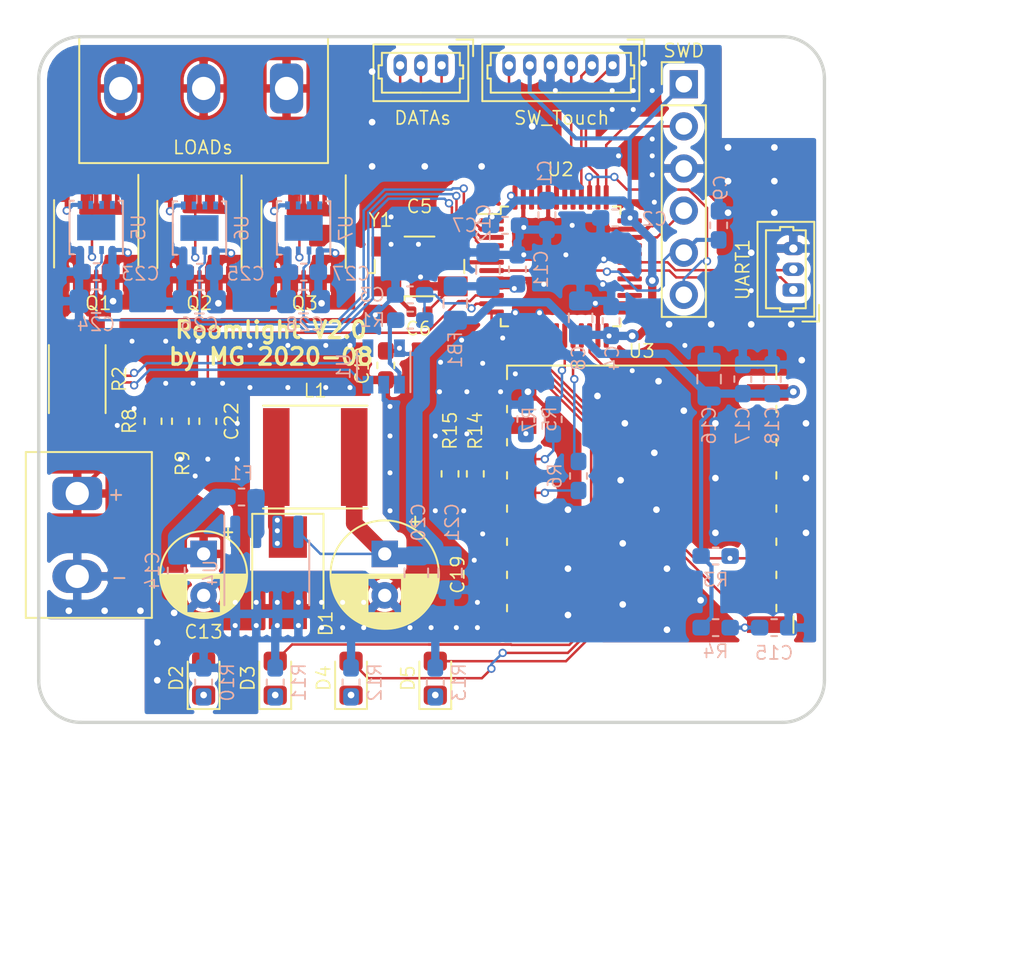
<source format=kicad_pcb>
(kicad_pcb (version 20211014) (generator pcbnew)
  (layers (0 "F.Cu" signal) (31 "B.Cu" signal) (34 "B.Paste" user) (35 "F.Paste" user) (36 "B.SilkS" user "B.Silkscreen") (37 "F.SilkS" user "F.Silkscreen") (38 "B.Mask" user) (39 "F.Mask" user) (44 "Edge.Cuts" user))
  (net 0 "")
  (net 1 "GND")
  (net 2 "+3.3V")
  (net 3 "/CURRENT_ADC")
  (net 4 "Net-(C5-Pad1)")
  (net 5 "Net-(C6-Pad1)")
  (net 6 "/~{RST}")
  (net 7 "Net-(C11-Pad1)")
  (net 8 "+24V")
  (net 9 "/ESP_RST")
  (net 10 "/VOLTAGE_ADC")
  (net 11 "Net-(D1-Pad1)")
  (net 12 "/LED_RED")
  (net 13 "Net-(D2-Pad1)")
  (net 14 "/LED_GREEN1")
  (net 15 "Net-(D3-Pad1)")
  (net 16 "/LED_GREEN2")
  (net 17 "Net-(D4-Pad1)")
  (net 18 "/LED_GREEN3")
  (net 19 "Net-(D5-Pad1)")
  (net 20 "Net-(F1-Pad1)")
  (net 21 "/LOAD3")
  (net 22 "/LOAD2")
  (net 23 "/LOAD1")
  (net 24 "/UART2_TX")
  (net 25 "/UART2_RX")
  (net 26 "/DATA3")
  (net 27 "/DATA2")
  (net 28 "/DATA1")
  (net 29 "/Touch")
  (net 30 "/SW_RED")
  (net 31 "/SW_GREEN")
  (net 32 "/SW_BLUE")
  (net 33 "/SWO")
  (net 34 "/SWDIO")
  (net 35 "/SWCLK")
  (net 36 "Net-(Q1-Pad2)")
  (net 37 "/mosfet1/Voltage_In")
  (net 38 "Net-(Q2-Pad2)")
  (net 39 "Net-(Q3-Pad2)")
  (net 40 "Net-(R1-Pad1)")
  (net 41 "/ESP_EN")
  (net 42 "Net-(R5-Pad1)")
  (net 43 "Net-(R6-Pad2)")
  (net 44 "/ESP_GPIO0")
  (net 45 "Net-(R7-Pad2)")
  (net 46 "/ESP_GPIO2")
  (net 47 "/UART1_RX")
  (net 48 "/UART1_TX")
  (net 49 "/EN_MOS1")
  (net 50 "/EN_MOS2")
  (net 51 "/EN_MOS3")
  (net 52 "/IN-")
  (net 53 "/IN+")
  (net 54 "Net-(R14-Pad2)")
  (net 55 "Net-(R15-Pad2)")
  (footprint "Capacitor_SMD:C_0402_1005Metric" (layer "F.Cu") (at 72.9615 104.775 180)
    (fp_text reference "C5")
    (fp_text value "15p")
  )
  (footprint "Capacitor_SMD:C_0402_1005Metric" (layer "F.Cu") (at 72.9615 110.236)
    (fp_text reference "C6")
    (fp_text value "15p")
  )
  (footprint "Capacitor_SMD:C_0603_1608Metric_Pad1.05x0.95mm_HandSolder" (layer "F.Cu") (at 70.9295 113.4745 90)
    (fp_text reference "C10")
    (fp_text value "100n")
  )
  (footprint "Capacitor_THT:CP_Radial_D6.3mm_P2.50mm" (layer "F.Cu") (at 70.866 124.841 -90)
    (fp_text reference "C19")
    (fp_text value "220u")
  )
  (footprint "Capacitor_SMD:C_0603_1608Metric_Pad1.05x0.95mm_HandSolder" (layer "F.Cu") (at 60.198 116.84 -90)
    (fp_text reference "C22")
    (fp_text value "100n")
  )
  (footprint "Diode_SMD:D_SMB" (layer "F.Cu") (at 65.024 125.975 -90)
    (fp_text reference "D1")
    (fp_text value "B260A")
  )
  (footprint "LED_SMD:LED_0805_2012Metric_Pad1.15x1.40mm_HandSolder" (layer "F.Cu") (at 59.944 132.334 90)
    (fp_text reference "D2")
    (fp_text value "LED_RED")
  )
  (footprint "LED_SMD:LED_0805_2012Metric_Pad1.15x1.40mm_HandSolder" (layer "F.Cu") (at 64.262 132.334 90)
    (fp_text reference "D3")
    (fp_text value "LED_GREEN1")
  )
  (footprint "LED_SMD:LED_0805_2012Metric_Pad1.15x1.40mm_HandSolder" (layer "F.Cu") (at 68.834 132.334 90)
    (fp_text reference "D4")
    (fp_text value "LED_GREEN2")
  )
  (footprint "LED_SMD:LED_0805_2012Metric_Pad1.15x1.40mm_HandSolder" (layer "F.Cu") (at 73.914 132.334 90)
    (fp_text reference "D5")
    (fp_text value "LED_GREEN3")
  )
  (footprint "extraFootprints:DG306-5.0-03" (layer "F.Cu") (at 62.444 96.774 180)
    (fp_text reference "J2")
    (fp_text value "LOADs")
  )
  (footprint "Connector_Molex:Molex_PicoBlade_53047-0310_1x03_P1.25mm_Vertical" (layer "F.Cu") (at 95.504 108.926 90)
    (fp_text reference "J3" hide)
    (fp_text value "UART2")
  )
  (footprint "Connector_Molex:Molex_PicoBlade_53047-0310_1x03_P1.25mm_Vertical" (layer "F.Cu") (at 74.295 95.377 180)
    (fp_text reference "J4" hide)
    (fp_text value "DATAs")
  )
  (footprint "Connector_Molex:Molex_PicoBlade_53047-0610_1x06_P1.25mm_Vertical" (layer "F.Cu") (at 84.609 95.377 180)
    (fp_text reference "J5" hide)
    (fp_text value "Touch_SW")
  )
  (footprint "Connector_PinHeader_2.54mm:PinHeader_1x06_P2.54mm_Vertical" (layer "F.Cu") (at 88.9 96.52)
    (fp_text reference "J6" hide)
    (fp_text value "SWD")
  )
  (footprint "Inductor_SMD:L_Taiyo-Yuden_NR-60xx" (layer "F.Cu") (at 66.675 118.999)
    (fp_text reference "L1")
    (fp_text value "68u")
  )
  (footprint "extraFootprints:SOIC-8-MOSFET" (layer "F.Cu") (at 53.467 105.537 180)
    (fp_text reference "Q1")
    (fp_text value "IRF8734")
  )
  (footprint "extraFootprints:SOIC-8-MOSFET" (layer "F.Cu") (at 59.6934 105.5716 180)
    (fp_text reference "Q2")
    (fp_text value "IRF8734")
  )
  (footprint "extraFootprints:SOIC-8-MOSFET" (layer "F.Cu") (at 65.9744 105.5632 180)
    (fp_text reference "Q3")
    (fp_text value "IRF8734")
  )
  (footprint "extraFootprints:R_2512_6332Metric_KelvinShunt" (layer "F.Cu") (at 52.324 114.3 90)
    (fp_text reference "R2")
    (fp_text value "R_Shunt")
  )
  (footprint "Resistor_SMD:R_0603_1608Metric_Pad1.05x0.95mm_HandSolder" (layer "F.Cu") (at 56.896 116.84 90)
    (fp_text reference "R8")
    (fp_text value "10k")
  )
  (footprint "Resistor_SMD:R_0603_1608Metric_Pad1.05x0.95mm_HandSolder" (layer "F.Cu") (at 58.547 116.84 -90)
    (fp_text reference "R9")
    (fp_text value "1k")
  )
  (footprint "Crystal:Crystal_SMD_Abracon_ABM3B-4Pin_5.0x3.2mm" (layer "F.Cu") (at 72.9615 107.5055)
    (fp_text reference "Y1")
    (fp_text value "ABM3B-16MHz")
  )
  (footprint "MountingHole:MountingHole_3.2mm_M3_ISO14580" (layer "F.Cu") (at 94.205 96.825)
    (fp_text reference "H1" hide)
    (fp_text value "MountingHole")
  )
  (footprint "MountingHole:MountingHole_3.2mm_M3_ISO14580" (layer "F.Cu") (at 53.175 131.825)
    (fp_text reference "H2" hide)
    (fp_text value "MountingHole")
  )
  (footprint "Capacitor_THT:CP_Radial_D5.0mm_P2.50mm" (layer "F.Cu") (at 59.944 124.841 -90)
    (fp_text reference "C13")
    (fp_text value "15u")
  )
  (footprint "extraFootprints:DG306-5.0-02" (layer "F.Cu") (at 52.324 123.698 -90)
    (fp_text reference "J1")
    (fp_text value "24V_Conn" hide)
  )
  (footprint "Resistor_SMD:R_0603_1608Metric_Pad1.05x0.95mm_HandSolder" (layer "F.Cu") (at 76.327 120.015 -90)
    (fp_text reference "R14")
    (fp_text value "R")
  )
  (footprint "Resistor_SMD:R_0603_1608Metric_Pad1.05x0.95mm_HandSolder" (layer "F.Cu") (at 74.803 120.015 -90)
    (fp_text reference "R15")
    (fp_text value "R")
  )
  (footprint "RF_Module:ESP-07" (layer "F.Cu") (at 86.36 124.206 180)
    (fp_text reference "U3")
    (fp_text value "ESP-07")
  )
  (footprint "Package_QFP:LQFP-48_7x7mm_P0.5mm" (layer "F.Cu") (at 81.4705 107.5055)
    (fp_text reference "U2")
    (fp_text value "STM32F103CBTx")
  )
  (footprint "Capacitor_SMD:C_0603_1608Metric_Pad1.05x0.95mm_HandSolder" (layer "B.Cu") (at 80.645 104.408 -90)
    (fp_text reference "C1")
    (fp_text value "100n")
  )
  (footprint "Capacitor_SMD:C_0603_1608Metric_Pad1.05x0.95mm_HandSolder" (layer "B.Cu") (at 84.7585 104.5845 180)
    (fp_text reference "C2")
    (fp_text value "100n")
  )
  (footprint "Capacitor_SMD:C_0603_1608Metric_Pad1.05x0.95mm_HandSolder" (layer "B.Cu") (at 72.39 109.22)
    (fp_text reference "C3")
    (fp_text value "100n")
  )
  (footprint "Capacitor_SMD:C_0603_1608Metric_Pad1.05x0.95mm_HandSolder" (layer "B.Cu") (at 84.5185 110.7935 90)
    (fp_text reference "C4")
    (fp_text value "100n")
  )
  (footprint "Capacitor_SMD:C_0603_1608Metric_Pad1.05x0.95mm_HandSolder" (layer "B.Cu") (at 78.119 105.029)
    (fp_text reference "C7")
    (fp_text value "100n")
  )
  (footprint "Capacitor_SMD:C_0805_2012Metric_Pad1.15x1.40mm_HandSolder" (layer "B.Cu") (at 82.677 110.608 90)
    (fp_text reference "C8")
    (fp_text value "10u")
  )
  (footprint "Capacitor_SMD:C_0603_1608Metric_Pad1.05x0.95mm_HandSolder" (layer "B.Cu") (at 91 105.029 90)
    (fp_text reference "C9")
    (fp_text value "100n")
  )
  (footprint "Capacitor_SMD:C_0603_1608Metric_Pad1.05x0.95mm_HandSolder" (layer "B.Cu") (at 78.867 107.682 90)
    (fp_text reference "C11")
    (fp_text value "100n")
  )
  (footprint "Capacitor_SMD:C_0805_2012Metric_Pad1.15x1.40mm_HandSolder" (layer "B.Cu") (at 77.089 107.687 90)
    (fp_text reference "C12")
    (fp_text value "10u")
  )
  (footprint "Capacitor_SMD:C_0603_1608Metric_Pad1.05x0.95mm_HandSolder" (layer "B.Cu") (at 58.293 125.843 -90)
    (fp_text reference "C14")
    (fp_text value "100n")
  )
  (footprint "Capacitor_SMD:C_0603_1608Metric_Pad1.05x0.95mm_HandSolder" (layer "B.Cu") (at 94.347 129.286 180)
    (fp_text reference "C15")
    (fp_text value "100n")
  )
  (footprint "Capacitor_SMD:C_0805_2012Metric_Pad1.15x1.40mm_HandSolder" (layer "B.Cu") (at 74.803 125.984 -90)
    (fp_text reference "C21")
    (fp_text value "10u")
  )
  (footprint "Capacitor_SMD:C_0603_1608Metric_Pad1.05x0.95mm_HandSolder" (layer "B.Cu") (at 53.481 107.823 180)
    (fp_text reference "C23")
    (fp_text value "100n")
  )
  (footprint "Capacitor_SMD:C_0805_2012Metric_Pad1.15x1.40mm_HandSolder" (layer "B.Cu") (at 53.458 109.601 180)
    (fp_text reference "C24")
    (fp_text value "10u")
  )
  (footprint "Capacitor_SMD:C_0603_1608Metric_Pad1.05x0.95mm_HandSolder" (layer "B.Cu") (at 59.7074 107.8576 180)
    (fp_text reference "C25")
    (fp_text value "100n")
  )
  (footprint "Capacitor_SMD:C_0805_2012Metric_Pad1.15x1.40mm_HandSolder" (layer "B.Cu") (at 59.6844 109.6356 180)
    (fp_text reference "C26")
    (fp_text value "10u")
  )
  (footprint "Capacitor_SMD:C_0603_1608Metric_Pad1.05x0.95mm_HandSolder" (layer "B.Cu") (at 65.9884 107.8492 180)
    (fp_text reference "C27")
    (fp_text value "100n")
  )
  (footprint "Capacitor_SMD:C_0805_2012Metric_Pad1.15x1.40mm_HandSolder" (layer "B.Cu") (at 65.9654 109.6272 180)
    (fp_text reference "C28")
    (fp_text value "10u")
  )
  (footprint "Fuse:Fuse_0603_1608Metric_Pad1.05x0.95mm_HandSolder" (layer "B.Cu") (at 62.23 121.412 180)
    (fp_text reference "F1")
    (fp_text value "Fuse")
  )
  (footprint "Inductor_SMD:L_0805_2012Metric_Pad1.15x1.40mm_HandSolder" (layer "B.Cu") (at 75.1205 109.728 90)
    (fp_text reference "FB1")
    (fp_text value "Ferrite_Bead_Small")
  )
  (footprint "Resistor_SMD:R_0603_1608Metric_Pad1.05x0.95mm_HandSolder" (layer "B.Cu") (at 72.404 110.744)
    (fp_text reference "R1")
    (fp_text value "R")
  )
  (footprint "Resistor_SMD:R_0603_1608Metric_Pad1.05x0.95mm_HandSolder" (layer "B.Cu") (at 90.819 124.968)
    (fp_text reference "R3")
    (fp_text value "10k")
  )
  (footprint "Resistor_SMD:R_0603_1608Metric_Pad1.05x0.95mm_HandSolder" (layer "B.Cu") (at 90.819 129.286)
    (fp_text reference "R4")
    (fp_text value "10k")
  )
  (footprint "Resistor_SMD:R_0603_1608Metric_Pad1.05x0.95mm_HandSolder" (layer "B.Cu") (at 79.375 116.713 90)
    (fp_text reference "R5")
    (fp_text value "10k")
  )
  (footprint "Resistor_SMD:R_0603_1608Metric_Pad1.05x0.95mm_HandSolder" (layer "B.Cu") (at 82.55 120.142 -90)
    (fp_text reference "R6")
    (fp_text value "R")
  )
  (footprint "Resistor_SMD:R_0603_1608Metric_Pad1.05x0.95mm_HandSolder" (layer "B.Cu") (at 81.026 116.727 -90)
    (fp_text reference "R7")
    (fp_text value "R")
  )
  (footprint "Resistor_SMD:R_0603_1608Metric_Pad1.05x0.95mm_HandSolder" (layer "B.Cu") (at 59.944 132.588 90)
    (fp_text reference "R10")
    (fp_text value "R")
  )
  (footprint "Resistor_SMD:R_0603_1608Metric_Pad1.05x0.95mm_HandSolder" (layer "B.Cu") (at 64.262 132.588 90)
    (fp_text reference "R11")
    (fp_text value "R")
  )
  (footprint "Resistor_SMD:R_0603_1608Metric_Pad1.05x0.95mm_HandSolder" (layer "B.Cu") (at 68.834 132.588 90)
    (fp_text reference "R12")
    (fp_text value "R")
  )
  (footprint "Resistor_SMD:R_0603_1608Metric_Pad1.05x0.95mm_HandSolder" (layer "B.Cu") (at 73.914 132.588 90)
    (fp_text reference "R13")
    (fp_text value "R")
  )
  (footprint "Package_TO_SOT_SMD:SOT-23-5" (layer "B.Cu") (at 70.8025 113.538 90)
    (fp_text reference "U1")
    (fp_text value "INA180A")
  )
  (footprint "Package_SO:SOIC-8_3.9x4.9mm_P1.27mm" (layer "B.Cu") (at 63.754 125.984 -90)
    (fp_text reference "U4")
    (fp_text value "MIC4690")
  )
  (footprint "Package_DFN_QFN:MLF-8-1EP_3x3mm_P0.65mm_EP1.55x2.3mm" (layer "B.Cu") (at 53.467 105.156 90)
    (fp_text reference "U5")
    (fp_text value "MIC5060")
  )
  (footprint "Package_DFN_QFN:MLF-8-1EP_3x3mm_P0.65mm_EP1.55x2.3mm" (layer "B.Cu") (at 59.6934 105.1906 90)
    (fp_text reference "U6")
    (fp_text value "MIC5060")
  )
  (footprint "Package_DFN_QFN:MLF-8-1EP_3x3mm_P0.65mm_EP1.55x2.3mm" (layer "B.Cu") (at 65.9744 105.1822 90)
    (fp_text reference "U7")
    (fp_text value "MIC5060")
  )
  (footprint "Capacitor_SMD:C_0805_2012Metric_Pad1.15x1.40mm_HandSolder" (layer "B.Cu") (at 72.771 125.984 -90)
    (fp_text reference "C20")
    (fp_text value "10u")
  )
  (footprint "Capacitor_SMD:C_0805_2012Metric_Pad1.15x1.40mm_HandSolder" (layer "B.Cu") (at 90.424 114.3 90)
    (fp_text reference "C16")
    (fp_text value "10u")
  )
  (footprint "Capacitor_SMD:C_0603_1608Metric_Pad1.05x0.95mm_HandSolder" (layer "B.Cu") (at 92.456 114.3 90)
    (fp_text reference "C17")
    (fp_text value "100n")
  )
  (footprint "Capacitor_SMD:C_0603_1608Metric_Pad1.05x0.95mm_HandSolder" (layer "B.Cu") (at 94.234 114.3 90)
    (fp_text reference "C18")
    (fp_text value "10n")
  )
  (gr_line (start 94.84 93.65) (end 52.54 93.65) (layer "Edge.Cuts") (width 0.2))
  (gr_line (start 50 132.46) (end 50 96.19) (layer "Edge.Cuts") (width 0.2))
  (gr_arc (start 97.38 132.46) (mid 96.636051 134.256051) (end 94.84 135) (layer "Edge.Cuts") (width 0.2))
  (gr_arc (start 50 96.19) (mid 50.743949 94.393949) (end 52.54 93.65) (layer "Edge.Cuts") (width 0.2))
  (gr_line (start 52.54 135) (end 94.84 135) (layer "Edge.Cuts") (width 0.2))
  (gr_arc (start 52.54 135) (mid 50.743949 134.256051) (end 50 132.46) (layer "Edge.Cuts") (width 0.2))
  (gr_arc (start 94.84 93.65) (mid 96.636051 94.393949) (end 97.38 96.19) (layer "Edge.Cuts") (width 0.2))
  (gr_line (start 97.38 132.46) (end 97.38 96.19) (layer "Edge.Cuts") (width 0.2))
  (gr_text "Roomlight V2.0\nby MG 2020-08" (at 64.008 112.141) (layer "F.SilkS") (effects (font (size 1 1) (thickness 0.2))))
  (segment (start 79.248 105.156) (end 79.375 105.283) (width 0.25) (layer "F.Cu") (net 1))
  (segment (start 86.6415 105.2555) (end 87.122 104.775) (width 0.25) (layer "F.Cu") (net 1))
  (segment (start 85.5705 105.2555) (end 85.543 105.283) (width 0.25) (layer "F.Cu") (net 1))
  (segment (start 80.7205 103.343) (end 80.7205 104.8505) (width 0.25) (layer "F.Cu") (net 1))
  (segment (start 79.673 115.106) (end 81.915 117.348) (width 0.25) (layer "F.Cu") (net 1))
  (segment (start 85.633 105.2555) (end 85.5705 105.2555) (width 0.25) (layer "F.Cu") (net 1))
  (segment (start 73.4465 110.2205) (end 74.9615 108.7055) (width 0.15) (layer "F.Cu") (net 1))
  (segment (start 73.4465 110.236) (end 73.4465 110.2205) (width 0.15) (layer "F.Cu") (net 1))
  (segment (start 80.2005 110.2995) (end 80.2005 109.855) (width 0.25) (layer "F.Cu") (net 1))
  (segment (start 79.2205 103.343) (end 79.2205 105.1285) (width 0.25) (layer "F.Cu") (net 1))
  (segment (start 80.125 108.2555) (end 80.4545 108.585) (width 0.25) (layer "F.Cu") (net 1))
  (segment (start 85.633 105.2555) (end 86.6415 105.2555) (width 0.25) (layer "F.Cu") (net 1))
  (segment (start 77.308 108.2555) (end 80.125 108.2555) (width 0.25) (layer "F.Cu") (net 1))
  (segment (start 79.2205 105.1285) (end 79.248 105.156) (width 0.25) (layer "F.Cu") (net 1))
  (segment (start 81.153 105.283) (end 85.543 105.283) (width 0.25) (layer "F.Cu") (net 1))
  (segment (start 83.7205 111.668) (end 83.7205 109.8825) (width 0.25) (layer "F.Cu") (net 1))
  (segment (start 79.375 105.283) (end 81.153 105.283) (width 0.25) (layer "F.Cu") (net 1))
  (segment (start 78.76 115.106) (end 79.673 115.106) (width 0.25) (layer "F.Cu") (net 1))
  (segment (start 80.7205 104.8505) (end 81.153 105.283) (width 0.25) (layer "F.Cu") (net 1))
  (segment (start 83.7205 109.8825) (end 83.566 109.728) (width 0.25) (layer "F.Cu") (net 1))
  (segment (start 87.122 104.775) (end 87.122 103.632) (width 0.25) (layer "F.Cu") (net 1))
  (segment (start 78.74 110.2995) (end 80.2005 110.2995) (width 0.25) (layer "F.Cu") (net 1))
  (segment (start 81.915 117.348) (end 81.915 122.174) (width 0.25) (layer "F.Cu") (net 1))
  (via (at 57.15 132.461) (size 0.8) (drill 0.4) (layers "F.Cu" "B.Cu") (net 1))
  (via (at 73.025 108.1405) (size 0.5) (drill 0.3) (layers "F.Cu" "B.Cu") (net 1))
  (via (at 87.249 122.174) (size 0.8) (drill 0.4) (layers "F.Cu" "B.Cu") (net 1))
  (via (at 87.122 118.745) (size 0.8) (drill 0.4) (layers "F.Cu" "B.Cu") (net 1))
  (via (at 86.487 95.25) (size 0.8) (drill 0.4) (layers "F.Cu" "B.Cu") (net 1))
  (via (at 90.805 120.269) (size 0.8) (drill 0.4) (layers "F.Cu" "B.Cu") (net 1))
  (via (at 91.567 104.267) (size 0.8) (drill 0.4) (layers "F.Cu" "B.Cu") (net 1))
  (via (at 75.6285 122.2375) (size 0.5) (drill 0.3) (layers "F.Cu" "B.Cu") (net 1))
  (via (at 90.805 123.571) (size 0.8) (drill 0.4) (layers "F.Cu" "B.Cu") (net 1))
  (via (at 96.266 116.967) (size 0.8) (drill 0.4) (layers "F.Cu" "B.Cu") (net 1))
  (via (at 71.1835 117.729) (size 0.5) (drill 0.3) (layers "F.Cu" "B.Cu") (net 1))
  (via (at 61.976 119.126) (size 0.5) (drill 0.3) (layers "F.Cu" "B.Cu") (net 1))
  (via (at 74.2315 113.284) (size 0.5) (drill 0.3) (layers "F.Cu" "B.Cu") (net 1))
  (via (at 79.248 105.156) (size 0.5) (drill 0.3) (layers "F.Cu" "B.Cu") (net 1))
  (via (at 86.995 100.838) (size 0.5) (drill 0.3) (layers "F.Cu" "B.Cu") (net 1))
  (via (at 87.376 114.427) (size 0.8) (drill 0.4) (layers "F.Cu" "B.Cu") (net 1))
  (via (at 70.2945 110.4265) (size 0.5) (drill 0.3) (layers "F.Cu" "B.Cu") (net 1))
  (via (at 59.436 120.142) (size 0.5) (drill 0.3) (layers "F.Cu" "B.Cu") (net 1))
  (via (at 75.5015 111.9505) (size 0.5) (drill 0.3) (layers "F.Cu" "B.Cu") (net 1))
  (via (at 56.134 128.27) (size 0.8) (drill 0.4) (layers "F.Cu" "B.Cu") (net 1))
  (via (at 85.344 116.967) (size 0.8) (drill 0.4) (layers "F.Cu" "B.Cu") (net 1))
  (via (at 92.964 110.998) (size 0.8) (drill 0.4) (layers "F.Cu" "B.Cu") (net 1))
  (via (at 73.66 129.286) (size 0.5) (drill 0.3) (layers "F.Cu" "B.Cu") (net 1))
  (via (at 61.849 127.762) (size 0.5) (drill 0.3) (layers "F.Cu" "B.Cu") (net 1))
  (via (at 72.39 129.286) (size 0.5) (drill 0.3) (layers "F.Cu" "B.Cu") (net 1))
  (via (at 75.184 129.286) (size 0.5) (drill 0.3) (layers "F.Cu" "B.Cu") (net 1))
  (via (at 65.659 127.762) (size 0.5) (drill 0.3) (layers "F.Cu" "B.Cu") (net 1))
  (via (at 51.816 128.27) (size 0.8) (drill 0.4) (layers "F.Cu" "B.Cu") (net 1))
  (via (at 59.6265 112.014) (size 0.5) (drill 0.3) (layers "F.Cu" "B.Cu") (net 1))
  (via (at 63.119 127.762) (size 0.5) (drill 0.3) (layers "F.Cu" "B.Cu") (net 1))
  (via (at 70.104 98.806) (size 0.8) (drill 0.4) (layers "F.Cu" "B.Cu") (net 1))
  (via (at 71.1835 115.951) (size 0.5) (drill 0.3) (layers "F.Cu" "B.Cu") (net 1))
  (via (at 64.389 129.159) (size 0.5) (drill 0.3) (layers "F.Cu" "B.Cu") (net 1))
  (via (at 96.266 123.571) (size 0.8) (drill 0.4) (layers "F.Cu" "B.Cu") (net 1))
  (via (at 67.056 129.286) (size 0.5) (drill 0.3) (layers "F.Cu" "B.Cu") (net 1))
  (via (at 71.247 104.521) (size 0.5) (drill 0.3) (layers "F.Cu" "B.Cu") (net 1))
  (via (at 69.596 127.762) (size 0.5) (drill 0.3) (layers "F.Cu" "B.Cu") (net 1))
  (via (at 85.7885 113.792) (size 0.5) (drill 0.3) (layers "F.Cu" "B.Cu") (net 1))
  (via (at 57.15 130.175) (size 0.8) (drill 0.4) (layers "F.Cu" "B.Cu") (net 1))
  (via (at 87.884 125.73) (size 0.8) (drill 0.4) (layers "F.Cu" "B.Cu") (net 1))
  (via (at 58.166 128.397) (size 0.8) (drill 0.4) (layers "F.Cu" "B.Cu") (net 1))
  (via (at 75.819 117.602) (size 0.5) (drill 0.3) (layers "F.Cu" "B.Cu") (net 1))
  (via (at 67.056 127.762) (size 0.5) (drill 0.3) (layers "F.Cu" "B.Cu") (net 1))
  (via (at 95.377 110.998) (size 0.8) (drill 0.4) (layers "F.Cu" "B.Cu") (net 1))
  (via (at 81.915 128.524) (size 0.8) (drill 0.4) (layers "F.Cu" "B.Cu") (net 1))
  (via (at 85.09 120.396) (size 0.8) (drill 0.4) (layers "F.Cu" "B.Cu") (net 1))
  (via (at 83.693 115.316) (size 0.8) (drill 0.4) (layers "F.Cu" "B.Cu") (net 1))
  (via (at 73.279 101.473) (size 0.8) (drill 0.4) (layers "F.Cu" "B.Cu") (net 1))
  (via (at 72.898 106.172) (size 0.5) (drill 0.3) (layers "F.Cu" "B.Cu") (net 1))
  (via (at 80.4545 108.585) (size 0.5) (drill 0.3) (layers "F.Cu" "B.Cu") (net 1))
  (via (at 61.849 129.159) (size 0.5) (drill 0.3) (layers "F.Cu" "B.Cu") (net 1))
  (via (at 76.7715 113.3475) (size 0.5) (drill 0.3) (layers "F.Cu" "B.Cu") (net 1))
  (via (at 92.964 106.68) (size 0.8) (drill 0.4) (layers "F.Cu" "B.Cu") (net 1))
  (via (at 85.217 127.889) (size 0.8) (drill 0.4) (layers "F.Cu" "B.Cu") (net 1))
  (via (at 85.852 98.044) (size 0.5) (drill 0.3) (layers "F.Cu" "B.Cu") (net 1))
  (via (at 81.915 122.174) (size 0.8) (drill 0.4) (layers "F.Cu" "B.Cu") (net 1))
  (via (at 78.74 110.2995) (size 0.5) (drill 0.3) (layers "F.Cu" "B.Cu") (net 1))
  (via (at 75.819 115.062) (size 0.5) (drill 0.3) (layers "F.Cu" "B.Cu") (net 1))
  (via (at 92.964 108.966) (size 0.5) (drill 0.3) (layers "F.Cu" "B.Cu") (net 1))
  (via (at 71.1835 122.2375) (size 0.5) (drill 0.3) (layers "F.Cu" "B.Cu") (net 1))
  (via (at 67.31 112.268) (size 0.5) (drill 0.3) (layers "F.Cu" "B.Cu") (net 1))
  (via (at 84.963 100.838) (size 0.5) (drill 0.3) (layers "F.Cu" "B.Cu") (net 1))
  (via (at 78.74 113.9825) (size 0.5) (drill 0.3) (layers "F.Cu" "B.Cu") (net 1))
  (via (at 70.104 101.473) (size 0.8) (drill 0.4) (layers "F.Cu" "B.Cu") (net 1))
  (via (at 94.361 102.362) (size 0.8) (drill 0.4) (layers "F.Cu" "B.Cu") (net 1))
  (via (at 54.737 117.094) (size 0.5) (drill 0.3) (layers "F.Cu" "B.Cu") (net 1))
  (via (at 79.756 99.06) (size 0.8) (drill 0.4) (layers "F.Cu" "B.Cu") (net 1))
  (via (at 76.2635 125.222) (size 0.5) (drill 0.3) (layers "F.Cu" "B.Cu") (net 1))
  (via (at 76.708 101.473) (size 0.8) (drill 0.4) (layers "F.Cu" "B.Cu") (net 1))
  (via (at 91.567 100.33) (size 0.8) (drill 0.4) (layers "F.Cu" "B.Cu") (net 1))
  (via (at 68.326 129.286) (size 0.5) (drill 0.3) (layers "F.Cu" "B.Cu") (net 1))
  (via (at 76.7715 123.6345) (size 0.5) (drill 0.3) (layers "F.Cu" "B.Cu") (net 1))
  (via (at 67.31 114.808) (size 0.5) (drill 0.3) (layers "F.Cu" "B.Cu") (net 1))
  (via (at 76.454 129.286) (size 0.5) (drill 0.3) (layers "F.Cu" "B.Cu") (net 1))
  (via (at 84.582 98.044) (size 0.5) (drill 0.3) (layers "F.Cu" "B.Cu") (net 1))
  (via (at 61.976 116.967) (size 0.5) (drill 0.3) (layers "F.Cu" "B.Cu") (net 1))
  (via (at 96.266 120.269) (size 0.8) (drill 0.4) (layers "F.Cu" "B.Cu") (net 1))
  (via (at 83.566 109.728) (size 0.5) (drill 0.3) (layers "F.Cu" "B.Cu") (net 1))
  (via (at 62.738 112.268) (size 0.5) (drill 0.3) (layers "F.Cu" "B.Cu") (net 1))
  (via (at 87.122 103.632) (size 0.5) (drill 0.3) (layers "F.Cu" "B.Cu") (net 1))
  (via (at 96.012 113.157) (size 0.8) (drill 0.4) (layers "F.Cu" "B.Cu") (net 1))
  (via (at 88.9 116.205) (size 0.8) (drill 0.4) (layers "F.Cu" "B.Cu") (net 1))
  (via (at 76.454 127.762) (size 0.5) (drill 0.3) (layers "F.Cu" "B.Cu") (net 1))
  (via (at 73.914 122.2375) (size 0.5) (drill 0.3) (layers "F.Cu" "B.Cu") (net 1))
  (via (at 53.975 128.27) (size 0.8) (drill 0.4) (layers "F.Cu" "B.Cu") (net 1))
  (via (at 84.0105 108.585) (size 0.5) (drill 0.3) (layers "F.Cu" "B.Cu") (net 1))
  (via (at 57.658 114.554) (size 0.5) (drill 0.3) (layers "F.Cu" "B.Cu") (net 1))
  (via (at 88.9635 112.268) (size 0.5) (drill 0.3) (layers "F.Cu" "B.Cu") (net 1))
  (via (at 64.389 127.762) (size 0.5) (drill 0.3) (layers "F.Cu" "B.Cu") (net 1))
  (via (at 86.995 96.901) (size 0.5) (drill 0.3) (layers "F.Cu" "B.Cu") (net 1))
  (via (at 65.024 112.268) (size 0.5) (drill 0.3) (layers "F.Cu" "B.Cu") (net 1))
  (via (at 86.995 101.981) (size 0.5) (drill 0.3) (layers "F.Cu" "B.Cu") (net 1))
  (via (at 84.582 96.901) (size 0.5) (drill 0.3) (layers "F.Cu" "B.Cu") (net 1))
  (via (at 65.024 114.808) (size 0.5) (drill 0.3) (layers "F.Cu" "B.Cu") (net 1))
  (via (at 81.788 106.807) (size 0.5) (drill 0.3) (layers "F.Cu" "B.Cu") (net 1))
  (via (at 68.7705 114.808) (size 0.5) (drill 0.3) (layers "F.Cu" "B.Cu") (net 1))
  (via (at 65.659 129.159) (size 0.5) (drill 0.3) (layers "F.Cu" "B.Cu") (net 1))
  (via (at 88.011 110.998) (size 0.8) (drill 0.4) (layers "F.Cu" "B.Cu") (net 1))
  (via (at 94.361 100.33) (size 0.8) (drill 0.4) (layers "F.Cu" "B.Cu") (net 1))
  (via (at 68.326 127.762) (size 0.5) (drill 0.3) (layers "F.Cu" "B.Cu") (net 1))
  (via (at 85.852 96.901) (size 0.5) (drill 0.3) (layers "F.Cu" "B.Cu") (net 1))
  (via (at 55.626 112.014) (size 0.5) (drill 0.3) (layers "F.Cu" "B.Cu") (net 1))
  (via (at 71.247 106.172) (size 0.5) (drill 0.3) (layers "F.Cu" "B.Cu") (net 1))
  (via (at 73.914 117.729) (size 0.5) (drill 0.3) (layers "F.Cu" "B.Cu") (net 1))
  (via (at 79.502 115.062) (size 0.8) (drill 0.4) (layers "F.Cu" "B.Cu") (net 1))
  (via (at 81.153 96.901) (size 0.5) (drill 0.3) (layers "F.Cu" "B.Cu") (net 1))
  (via (at 69.596 129.286) (size 0.5) (drill 0.3) (layers "F.Cu" "B.Cu") (net 1))
  (via (at 58.547 119.126) (size 0.5) (drill 0.3) (layers "F.Cu" "B.Cu") (net 1))
  (via (at 61.087 114.554) (size 0.5) (drill 0.3) (layers "F.Cu" "B.Cu") (net 1))
  (via (at 57.658 112.014) (size 0.5) (drill 0.3) (layers "F.Cu" "B.Cu") (net 1))
  (via (at 71.1835 119.9515) (size 0.5) (drill 0.3) (layers "F.Cu" "B.Cu") (net 1))
  (via (at 94.361 104.267) (size 0.8) (drill 0.4) (layers "F.Cu" "B.Cu") (net 1))
  (via (at 68.7705 112.268) (size 0.5) (drill 0.3) (layers "F.Cu" "B.Cu") (net 1))
  (via (at 84.074 107.061) (size 0.5) (drill 0.3) (layers "F.Cu" "B.Cu") (net 1))
  (via (at 55.753 116.078) (size 0.5) (drill 0.3) (layers "F.Cu" "B.Cu") (net 1))
  (via (at 59.309 114.554) (size 0.5) (drill 0.3) (layers "F.Cu" "B.Cu") (net 1))
  (via (at 62.738 114.808) (size 0.5) (drill 0.3) (layers "F.Cu" "B.Cu") (net 1))
  (via (at 85.217 124.206) (size 0.8) (drill 0.4) (layers "F.Cu" "B.Cu") (net 1))
  (via (at 86.995 99.822) (size 0.5) (drill 0.3) (layers "F.Cu" "B.Cu") (net 1))
  (via (at 81.915 125.73) (size 0.8) (drill 0.4) (layers "F.Cu" "B.Cu") (net 1))
  (via (at 77.978 111.8235) (size 0.5) (drill 0.3) (layers "F.Cu" "B.Cu") (net 1))
  (via (at 63.119 129.159) (size 0.5) (drill 0.3) (layers "F.Cu" "B.Cu") (net 1))
  (via (at 90.805 116.967) (size 0.8) (drill 0.4) (layers "F.Cu" "B.Cu") (net 1))
  (via (at 80.2005 110.2995) (size 0.5) (drill 0.3) (layers "F.Cu" "B.Cu") (net 1))
  (via (at 91.567 102.362) (size 0.8) (drill 0.4) (layers "F.Cu" "B.Cu") (net 1))
  (via (at 70.104 95.758) (size 0.8) (drill 0.4) (layers "F.Cu" "B.Cu") (net 1))
  (via (at 74.168 115.062) (size 0.5) (drill 0.3) (layers "F.Cu" "B.Cu") (net 1))
  (via (at 77.851 115.062) (size 0.5) (drill 0.3) (layers "F.Cu" "B.Cu") (net 1))
  (via (at 60.198 119.126) (size 0.5) (drill 0.3) (layers "F.Cu" "B.Cu") (net 1))
  (via (at 90.551 110.998) (size 0.8) (drill 0.4) (layers "F.Cu" "B.Cu") (net 1))
  (via (at 82.169 105.029) (size 0.5) (drill 0.3) (layers "F.Cu" "B.Cu") (net 1))
  (via (at 89.916 127.635) (size 0.8) (drill 0.4) (layers "F.Cu" "B.Cu") (net 1))
  (via (at 79.248 106.807) (size 0.5) (drill 0.3) (layers "F.Cu" "B.Cu") (net 1))
  (via (at 87.884 129.413) (size 0.8) (drill 0.4) (layers "F.Cu" "B.Cu") (net 1))
  (segment (start 58.6594 108.0306) (end 58.8324 107.8576) (width 0.5) (layer "B.Cu") (net 1))
  (segment (start 58.6594 109.6356) (end 58.6594 108.0306) (width 0.5) (layer "B.Cu") (net 1))
  (segment (start 58.7184 107.7436) (end 58.8324 107.8576) (width 0.5) (layer "B.Cu") (net 1))
  (segment (start 58.7184 106.5506) (end 58.7184 107.7436) (width 0.5) (layer "B.Cu") (net 1))
  (segment (start 64.9404 108.0222) (end 65.1134 107.8492) (width 0.5) (layer "B.Cu") (net 1))
  (segment (start 64.9404 109.6272) (end 64.9404 108.0222) (width 0.5) (layer "B.Cu") (net 1))
  (segment (start 64.9994 107.7352) (end 65.1134 107.8492) (width 0.5) (layer "B.Cu") (net 1))
  (segment (start 64.9994 106.5422) (end 64.9994 107.7352) (width 0.5) (layer "B.Cu") (net 1))
  (segment (start 52.433 107.996) (end 52.606 107.823) (width 0.5) (layer "B.Cu") (net 1))
  (segment (start 68.7705 111.9505) (end 70.2945 110.4265) (width 0.25) (layer "B.Cu") (net 1))
  (segment (start 84.183 109.583) (end 84.5185 109.9185) (width 0.5) (layer "B.Cu") (net 1))
  (segment (start 70.8025 115.57) (end 71.1835 115.951) (width 0.25) (layer "B.Cu") (net 1))
  (segment (start 73.914 131.713) (end 73.914 129.54) (width 0.5) (layer "B.Cu") (net 1))
  (segment (start 64.262 131.713) (end 64.262 129.286) (width 0.5) (layer "B.Cu") (net 1))
  (segment (start 80.645 105.283) (end 79.248 105.283) (width 0.5) (layer "B.Cu") (net 1))
  (segment (start 64.262 129.286) (end 64.389 129.159) (width 0.5) (layer "B.Cu") (net 1))
  (segment (start 52.492 106.516) (end 52.492 107.709) (width 0.5) (layer "B.Cu") (net 1))
  (segment (start 73.914 129.54) (end 73.66 129.286) (width 0.5) (layer "B.Cu") (net 1))
  (segment (start 78.74 110.2995) (end 78.74 111.0615) (width 0.25) (layer "B.Cu") (net 1))
  (segment (start 52.433 109.601) (end 52.433 107.996) (width 0.5) (layer "B.Cu") (net 1))
  (segment (start 83.566 109.728) (end 82.822 109.728) (width 0.25) (layer "B.Cu") (net 1))
  (segment (start 70.8025 114.638) (end 70.8025 115.57) (width 0.25) (layer "B.Cu") (net 1))
  (segment (start 82.677 109.583) (end 84.183 109.583) (width 0.5) (layer "B.Cu") (net 1))
  (segment (start 52.492 107.709) (end 52.606 107.823) (width 0.5) (layer "B.Cu") (net 1))
  (segment (start 70.2945 110.4265) (end 70.3085 110.4265) (width 0.25) (layer "B.Cu") (net 1))
  (segment (start 78.867 106.807) (end 77.234 106.807) (width 0.5) (layer "B.Cu") (net 1))
  (segment (start 82.822 109.728) (end 82.677 109.583) (width 0.25) (layer "B.Cu") (net 1))
  (segment (start 77.234 106.807) (end 77.089 106.662) (width 0.5) (layer "B.Cu") (net 1))
  (segment (start 79.248 105.283) (end 78.994 105.029) (width 0.5) (layer "B.Cu") (net 1))
  (segment (start 78.74 111.0615) (end 77.978 111.8235) (width 0.25) (layer "B.Cu") (net 1))
  (segment (start 77.978 111.8235) (end 78.6765 111.8235) (width 0.25) (layer "B.Cu") (net 1))
  (segment (start 68.834 131.713) (end 68.834 129.794) (width 0.5) (layer "B.Cu") (net 1))
  (segment (start 70.3085 110.4265) (end 71.515 109.22) (width 0.25) (layer "B.Cu") (net 1))
  (segment (start 68.834 129.794) (end 68.326 129.286) (width 0.5) (layer "B.Cu") (net 1))
  (segment (start 68.7705 112.268) (end 68.7705 111.9505) (width 0.25) (layer "B.Cu") (net 1))
  (segment (start 78.6765 111.8235) (end 80.2005 110.2995) (width 0.25) (layer "B.Cu") (net 1))
  (segment (start 85.6615 104.5845) (end 85.6615 104.727) (width 0.15) (layer "F.Cu") (net 2))
  (segment (start 69.025 123) (end 70.866 124.841) (width 1) (layer "F.Cu") (net 2))
  (segment (start 70.9295 112.5995) (end 71.591 112.5995) (width 0.25) (layer "F.Cu") (net 2))
  (segment (start 95.504 115.062) (end 94.004 115.062) (width 0.5) (layer "F.Cu") (net 2))
  (segment (start 78.578 103.343) (end 78.486 103.251) (width 0.25) (layer "F.Cu") (net 2))
  (segment (start 84.3915 111.6965) (end 84.249 111.6965) (width 0.15) (layer "F.Cu") (net 2))
  (segment (start 86.995 110.871) (end 86.1695 111.6965) (width 0.5) (layer "F.Cu") (net 2))
  (segment (start 84.249 111.6965) (end 84.2205 111.668) (width 0.15) (layer "F.Cu") (net 2))
  (segment (start 86.995 108.3575) (end 86.995 110.871) (width 0.5) (layer "F.Cu") (net 2))
  (segment (start 94.004 115.062) (end 93.96 115.106) (width 0.5) (layer "F.Cu") (net 2))
  (segment (start 77.308 104.556) (end 77.343 104.521) (width 0.25) (layer "F.Cu") (net 2))
  (segment (start 71.591 112.5995) (end 71.7525 112.438) (width 0.25) (layer "F.Cu") (net 2))
  (segment (start 86.1695 111.6965) (end 85.7885 111.6965) (width 0.5) (layer "F.Cu") (net 2))
  (segment (start 85.6615 104.727) (end 85.633 104.7555) (width 0.15) (layer "F.Cu") (net 2))
  (segment (start 77.308 104.7555) (end 77.308 104.556) (width 0.25) (layer "F.Cu") (net 2))
  (segment (start 78.7205 103.343) (end 78.578 103.343) (width 0.25) (layer "F.Cu") (net 2))
  (segment (start 69.025 118.999) (end 69.025 123) (width 1) (layer "F.Cu") (net 2))
  (via (at 85.7885 111.6965) (size 0.8) (drill 0.4) (layers "F.Cu" "B.Cu") (net 2))
  (via (at 86.995 108.3575) (size 0.8) (drill 0.4) (layers "F.Cu" "B.Cu") (net 2))
  (via (at 78.486 103.251) (size 0.5) (drill 0.3) (layers "F.Cu" "B.Cu") (net 2))
  (via (at 77.343 104.521) (size 0.5) (drill 0.3) (layers "F.Cu" "B.Cu") (net 2))
  (via (at 85.6615 104.5845) (size 0.5) (drill 0.3) (layers "F.Cu" "B.Cu") (net 2))
  (via (at 95.504 115.062) (size 0.8) (drill 0.4) (layers "F.Cu" "B.Cu") (net 2))
  (via (at 84.3915 111.6965) (size 0.5) (drill 0.3) (layers "F.Cu" "B.Cu") (net 2))
  (via (at 71.7525 112.438) (size 0.5) (drill 0.3) (layers "F.Cu" "B.Cu") (net 2))
  (segment (start 72.644 123.1265) (end 72.644 117.1575) (width 1) (layer "B.Cu") (net 2))
  (segment (start 85.6335 104.5845) (end 85.6335 99.7865) (width 0.25) (layer "B.Cu") (net 2))
  (segment (start 85.6335 104.5845) (end 85.6335 103.9215) (width 0.5) (layer "B.Cu") (net 2))
  (segment (start 89.944 116.863038) (end 89.944 124.968) (width 0.25) (layer "B.Cu") (net 2))
  (segment (start 78.768 103.533) (end 78.486 103.251) (width 0.25) (layer "B.Cu") (net 2))
  (segment (start 90.424 115.325) (end 90.424 116.383038) (width 0.25) (layer "B.Cu") (net 2))
  (segment (start 66.991 124.841) (end 70.866 124.841) (width 0.15) (layer "B.Cu") (net 2))
  (segment (start 72.644 117.1575) (end 72.644 116.9035) (width 1) (layer "B.Cu") (net 2))
  (segment (start 72.644 123.1265) (end 73.905 124.3875) (width 1) (layer "B.Cu") (net 2))
  (segment (start 90.568001 125.592001) (end 90.568001 128.661999) (width 0.25) (layer "B.Cu") (net 2))
  (segment (start 85.245 103.533) (end 80.645 103.533) (width 0.5) (layer "B.Cu") (net 2))
  (segment (start 85.6335 99.7865) (end 88.9 96.52) (width 0.25) (layer "B.Cu") (net 2))
  (segment (start 94.234 115.175) (end 95.391 115.175) (width 0.5) (layer "B.Cu") (net 2))
  (segment (start 84.4195 111.6685) (end 84.3915 111.6965) (width 0.15) (layer "B.Cu") (net 2))
  (segment (start 87.875 112.776) (end 90.424 115.325) (width 0.5) (layer "B.Cu") (net 2))
  (segment (start 83.82 112.776) (end 87.875 112.776) (width 0.5) (layer "B.Cu") (net 2))
  (segment (start 86.995 108.3575) (end 86.995 105.946) (width 0.5) (layer "B.Cu") (net 2))
  (segment (start 72.644 117.1575) (end 72.644 116.078) (width 1) (layer "B.Cu") (net 2))
  (segment (start 79.093 103.533) (end 78.74 103.533) (width 0.5) (layer "B.Cu") (net 2))
  (segment (start 78.74 103.533) (end 77.244 105.029) (width 0.5) (layer "B.Cu") (net 2))
  (segment (start 80.645 103.533) (end 79.121 103.533) (width 0.5) (layer "B.Cu") (net 2))
  (segment (start 92.456 115.175) (end 94.234 115.175) (width 0.5) (layer "B.Cu") (net 2))
  (segment (start 85.6335 104.5845) (end 85.6615 104.5845) (width 0.15) (layer "B.Cu") (net 2))
  (segment (start 82.3875 99.7865) (end 79.609 97.008) (width 0.25) (layer "B.Cu") (net 2))
  (segment (start 77.244 105.029) (end 77.244 104.62) (width 0.25) (layer "B.Cu") (net 2))
  (segment (start 73.905 124.3875) (end 73.905 124.959) (width 1) (layer "B.Cu") (net 2))
  (segment (start 80.645 103.533) (end 79.093 103.533) (width 0.25) (layer "B.Cu") (net 2))
  (segment (start 72.644 116.078) (end 73.0885 115.6335) (width 1) (layer "B.Cu") (net 2))
  (segment (start 79.093 103.533) (end 78.768 103.533) (width 0.25) (layer "B.Cu") (net 2))
  (segment (start 73.0885 112.785) (end 72.0995 112.785) (width 0.25) (layer "B.Cu") (net 2))
  (segment (start 89.944 124.968) (end 90.568001 125.592001) (width 0.25) (layer "B.Cu") (net 2))
  (segment (start 86.995 105.946) (end 85.6335 104.5845) (width 0.5) (layer "B.Cu") (net 2))
  (segment (start 72.0995 112.785) (end 71.7525 112.438) (width 0.25) (layer "B.Cu") (net 2))
  (segment (start 72.771 124.959) (end 70.984 124.959) (width 1) (layer "B.Cu") (net 2))
  (segment (start 84.5185 111.6685) (end 84.4195 111.6685) (width 0.15) (layer "B.Cu") (net 2))
  (segment (start 92.456 115.175) (end 90.574 115.175) (width 0.5) (layer "B.Cu") (net 2))
  (segment (start 77.399565 109.6645) (end 80.7085 109.6645) (width 0.5) (layer "B.Cu") (net 2))
  (segment (start 70.984 124.959) (end 70.866 124.841) (width 1) (layer "B.Cu") (net 2))
  (segment (start 84.483 111.633) (end 84.5185 111.6685) (width 0.5) (layer "B.Cu") (net 2))
  (segment (start 76.311065 110.753) (end 77.399565 109.6645) (width 0.5) (layer "B.Cu") (net 2))
  (segment (start 77.244 104.62) (end 77.343 104.521) (width 0.25) (layer "B.Cu") (net 2))
  (segment (start 95.391 115.175) (end 95.504 115.062) (width 0.5) (layer "B.Cu") (net 2))
  (segment (start 85.6335 99.7865) (end 82.3875 99.7865) (width 0.25) (layer "B.Cu") (net 2))
  (segment (start 90.574 115.175) (end 90.424 115.325) (width 0.5) (layer "B.Cu") (net 2))
  (segment (start 80.7085 109.6645) (end 82.677 111.633) (width 0.5) (layer "B.Cu") (net 2))
  (segment (start 85.6335 103.9215) (end 85.245 103.533) (width 0.5) (layer "B.Cu") (net 2))
  (segment (start 82.677 111.633) (end 83.82 112.776) (width 0.5) (layer "B.Cu") (net 2))
  (segment (start 73.905 124.959) (end 72.771 124.959) (width 1) (layer "B.Cu") (net 2))
  (segment (start 90.568001 128.661999) (end 89.944 129.286) (width 0.25) (layer "B.Cu") (net 2))
  (segment (start 65.659 123.509) (end 66.991 124.841) (width 0.15) (layer "B.Cu") (net 2))
  (segment (start 73.0885 115.6335) (end 73.0885 112.785) (width 1) (layer "B.Cu") (net 2))
  (segment (start 79.609 97.008) (end 79.609 95.377) (width 0.25) (layer "B.Cu") (net 2))
  (segment (start 84.3915 111.6965) (end 85.7885 111.6965) (width 0.5) (layer "B.Cu") (net 2))
  (segment (start 73.0885 112.785) (end 75.1205 110.753) (width 1) (layer "B.Cu") (net 2))
  (segment (start 75.1205 110.753) (end 76.311065 110.753) (width 0.5) (layer "B.Cu") (net 2))
  (segment (start 74.803 124.959) (end 73.905 124.959) (width 1) (layer "B.Cu") (net 2))
  (segment (start 90.424 116.383038) (end 89.944 116.863038) (width 0.25) (layer "B.Cu") (net 2))
  (segment (start 82.677 111.633) (end 84.483 111.633) (width 0.5) (layer "B.Cu") (net 2))
  (segment (start 77.308 109.7555) (end 76.380603 109.7555) (width 0.15) (layer "F.Cu") (net 3))
  (segment (start 76.380603 109.7555) (end 76.098423 110.03768) (width 0.15) (layer "F.Cu") (net 3))
  (via (at 76.098423 110.03768) (size 0.5) (drill 0.3) (layers "F.Cu" "B.Cu") (net 3))
  (segment (start 76.098423 110.03768) (end 75.788743 109.728) (width 0.15) (layer "B.Cu") (net 3))
  (segment (start 73.265 109.22) (end 73.265 110.73) (width 0.15) (layer "B.Cu") (net 3))
  (segment (start 73.914 109.22) (end 73.265 109.22) (width 0.15) (layer "B.Cu") (net 3))
  (segment (start 75.788743 109.728) (end 74.422 109.728) (width 0.15) (layer "B.Cu") (net 3))
  (segment (start 73.265 110.73) (end 73.279 110.744) (width 0.15) (layer "B.Cu") (net 3))
  (segment (start 74.422 109.728) (end 73.914 109.22) (width 0.15) (layer "B.Cu") (net 3))
  (segment (start 73.4465 104.7905) (end 74.9615 106.3055) (width 0.25) (layer "F.Cu") (net 4))
  (segment (start 75.4115 106.7555) (end 74.9615 106.3055) (width 0.25) (layer "F.Cu") (net 4))
  (segment (start 73.4465 104.775) (end 73.4465 104.7905) (width 0.25) (layer "F.Cu") (net 4))
  (segment (start 77.308 106.7555) (end 75.4115 106.7555) (width 0.25) (layer "F.Cu") (net 4))
  (segment (start 72.4765 110.236) (end 72.4765 110.2205) (width 0.25) (layer "F.Cu") (net 5))
  (segment (start 72.4115 107.2555) (end 70.9615 108.7055) (width 0.25) (layer "F.Cu") (net 5))
  (segment (start 77.308 107.2555) (end 72.4115 107.2555) (width 0.25) (layer "F.Cu") (net 5))
  (segment (start 72.4765 110.2205) (end 70.9615 108.7055) (width 0.25) (layer "F.Cu") (net 5))
  (segment (start 79.488039 107.7555) (end 79.493549 107.74999) (width 0.15) (layer "F.Cu") (net 6))
  (segment (start 77.308 107.7555) (end 84.197 107.7555) (width 0.15) (layer "F.Cu") (net 6))
  (segment (start 79.488039 107.7555) (end 77.308 107.7555) (width 0.15) (layer "F.Cu") (net 6))
  (segment (start 84.197 107.7555) (end 84.2645 107.823) (width 0.15) (layer "F.Cu") (net 6))
  (via (at 84.2645 107.823) (size 0.5) (drill 0.3) (layers "F.Cu" "B.Cu") (net 6))
  (segment (start 87.6935 107.1245) (end 88.138 106.68) (width 0.15) (layer "B.Cu") (net 6))
  (segment (start 88.138 106.68) (end 88.9 106.68) (width 0.15) (layer "B.Cu") (net 6))
  (segment (start 84.963 107.823) (end 86.099501 108.959501) (width 0.15) (layer "B.Cu") (net 6))
  (segment (start 91 105.904) (end 89.676 105.904) (width 0.25) (layer "B.Cu") (net 6))
  (segment (start 87.382499 108.959501) (end 87.6935 108.6485) (width 0.15) (layer "B.Cu") (net 6))
  (segment (start 89.676 105.904) (end 88.9 106.68) (width 0.25) (layer "B.Cu") (net 6))
  (segment (start 87.6935 108.6485) (end 87.6935 107.1245) (width 0.15) (layer "B.Cu") (net 6))
  (segment (start 84.2645 107.823) (end 84.963 107.823) (width 0.15) (layer "B.Cu") (net 6))
  (segment (start 86.099501 108.959501) (end 87.382499 108.959501) (width 0.15) (layer "B.Cu") (net 6))
  (segment (start 78.593 108.7555) (end 78.6765 108.839) (width 0.25) (layer "F.Cu") (net 7))
  (segment (start 77.308 108.7555) (end 78.593 108.7555) (width 0.25) (layer "F.Cu") (net 7))
  (via (at 78.6765 108.839) (size 0.5) (drill 0.3) (layers "F.Cu" "B.Cu") (net 7))
  (segment (start 75.1205 108.703) (end 77.08 108.703) (width 0.5) (layer "B.Cu") (net 7))
  (segment (start 77.08 108.703) (end 77.089 108.712) (width 0.5) (layer "B.Cu") (net 7))
  (segment (start 78.867 108.557) (end 77.244 108.557) (width 0.5) (layer "B.Cu") (net 7))
  (segment (start 78.867 108.557) (end 78.867 108.6485) (width 0.25) (layer "B.Cu") (net 7))
  (segment (start 78.867 108.6485) (end 78.6765 108.839) (width 0.25) (layer "B.Cu") (net 7))
  (segment (start 77.244 108.557) (end 77.089 108.712) (width 0.5) (layer "B.Cu") (net 7))
  (segment (start 56.896 117.715) (end 55.807 117.715) (width 0.25) (layer "F.Cu") (net 8))
  (segment (start 55.807 117.715) (end 52.324 121.198) (width 0.25) (layer "F.Cu") (net 8))
  (segment (start 58.293 123.825) (end 60.706 121.412) (width 1) (layer "B.Cu") (net 8))
  (segment (start 59.817 124.968) (end 59.944 124.841) (width 1) (layer "B.Cu") (net 8))
  (segment (start 60.706 121.412) (end 61.355 121.412) (width 1) (layer "B.Cu") (net 8))
  (segment (start 58.293 124.968) (end 58.293 123.825) (width 1) (layer "B.Cu") (net 8))
  (segment (start 58.293 124.968) (end 59.817 124.968) (width 1) (layer "B.Cu") (net 8))
  (segment (start 88.138 124.206) (end 88.138 118.364) (width 0.15) (layer "F.Cu") (net 9))
  (segment (start 92.583 129.286) (end 93.78 129.286) (width 0.15) (layer "F.Cu") (net 9))
  (segment (start 82.7205 112.9465) (end 82.7205 111.668) (width 0.15) (layer "F.Cu") (net 9))
  (segment (start 88.138 118.364) (end 82.7205 112.9465) (width 0.15) (layer "F.Cu") (net 9))
  (segment (start 93.038 129.106) (end 88.138 124.206) (width 0.15) (layer "F.Cu") (net 9))
  (segment (start 93.78 129.286) (end 93.96 129.106) (width 0.15) (layer "F.Cu") (net 9))
  (segment (start 93.96 129.106) (end 93.038 129.106) (width 0.15) (layer "F.Cu") (net 9))
  (via (at 92.583 129.286) (size 0.5) (drill 0.3) (layers "F.Cu" "B.Cu") (net 9))
  (segment (start 92.583 129.286) (end 93.472 129.286) (width 0.25) (layer "B.Cu") (net 9))
  (segment (start 91.694 129.286) (end 92.583 129.286) (width 0.25) (layer "B.Cu") (net 9))
  (segment (start 73.406 111.506) (end 61.468 111.506) (width 0.15) (layer "F.Cu") (net 10))
  (segment (start 77.308 109.2555) (end 76.34425 109.2555) (width 0.15) (layer "F.Cu") (net 10))
  (segment (start 60.198 112.776) (end 60.198 115.965) (width 0.15) (layer "F.Cu") (net 10))
  (segment (start 61.468 111.506) (end 60.198 112.776) (width 0.15) (layer "F.Cu") (net 10))
  (segment (start 76.004125 109.595625) (end 75.506875 109.595625) (width 0.15) (layer "F.Cu") (net 10))
  (segment (start 75.506875 109.595625) (end 75.5015 109.601) (width 0.15) (layer "F.Cu") (net 10))
  (segment (start 58.547 115.965) (end 60.198 115.965) (width 0.25) (layer "F.Cu") (net 10))
  (segment (start 75.5015 109.601) (end 75.311 109.601) (width 0.15) (layer "F.Cu") (net 10))
  (segment (start 75.311 109.601) (end 73.406 111.506) (width 0.15) (layer "F.Cu") (net 10))
  (segment (start 56.896 115.965) (end 58.547 115.965) (width 0.25) (layer "F.Cu") (net 10))
  (segment (start 76.34425 109.2555) (end 76.004125 109.595625) (width 0.15) (layer "F.Cu") (net 10))
  (segment (start 64.325 123.126) (end 65.024 123.825) (width 1) (layer "F.Cu") (net 11))
  (segment (start 64.325 118.999) (end 64.325 123.126) (width 1) (layer "F.Cu") (net 11))
  (via (at 64.389 124.206) (size 0.5) (drill 0.3) (layers "F.Cu" "B.Cu") (net 11))
  (via (at 64.389 122.809) (size 0.5) (drill 0.3) (layers "F.Cu" "B.Cu") (net 11))
  (via (at 64.389 123.444) (size 0.5) (drill 0.3) (layers "F.Cu" "B.Cu") (net 11))
  (segment (start 83.312 128.618744) (end 83.312 117.348) (width 0.15) (layer "F.Cu") (net 12))
  (segment (start 59.944 131.309) (end 61.228011 130.024989) (width 0.15) (layer "F.Cu") (net 12))
  (segment (start 83.312 117.348) (end 79.2205 113.2565) (width 0.15) (layer "F.Cu") (net 12))
  (segment (start 78.716989 130.024989) (end 78.74 130.048) (width 0.15) (layer "F.Cu") (net 12))
  (segment (start 81.905755 130.024989) (end 83.312 128.618744) (width 0.15) (layer "F.Cu") (net 12))
  (segment (start 79.2205 113.2565) (end 79.2205 111.668) (width 0.15) (layer "F.Cu") (net 12))
  (segment (start 78.716989 130.024989) (end 81.905755 130.024989) (width 0.15) (layer "F.Cu") (net 12))
  (segment (start 61.228011 130.024989) (end 78.716989 130.024989) (width 0.15) (layer "F.Cu") (net 12))
  (via (at 59.944 133.35) (size 0.8) (drill 0.4) (layers "F.Cu" "B.Cu") (net 13))
  (segment (start 78.486 130.302) (end 73.50676 130.302) (width 0.15) (layer "F.Cu") (net 14))
  (segment (start 79.7205 111.668) (end 79.7205 113.36475) (width 0.15) (layer "F.Cu") (net 14))
  (segment (start 78.509009 130.325009) (end 78.486 130.302) (width 0.15) (layer "F.Cu") (net 14))
  (segment (start 83.58901 128.733486) (end 81.997487 130.325009) (width 0.15) (layer "F.Cu") (net 14))
  (segment (start 64.262 131.309) (end 64.271 131.309) (width 0.15) (layer "F.Cu") (net 14))
  (segment (start 81.997487 130.325009) (end 78.509009 130.325009) (width 0.15) (layer "F.Cu") (net 14))
  (segment (start 83.58901 117.233259) (end 83.58901 128.733486) (width 0.15) (layer "F.Cu") (net 14))
  (segment (start 79.7205 113.36475) (end 83.58901 117.233259) (width 0.15) (layer "F.Cu") (net 14))
  (segment (start 64.271 131.309) (end 65.278 130.302) (width 0.15) (layer "F.Cu") (net 14))
  (segment (start 65.278 130.302) (end 78.486 130.302) (width 0.15) (layer "F.Cu") (net 14))
  (via (at 64.262 133.35) (size 0.8) (drill 0.4) (layers "F.Cu" "B.Cu") (net 15))
  (segment (start 83.86602 117.118518) (end 80.2205 113.472998) (width 0.15) (layer "F.Cu") (net 16))
  (segment (start 77.978 130.81) (end 81.904248 130.81) (width 0.15) (layer "F.Cu") (net 16))
  (segment (start 83.86602 128.848228) (end 83.86602 117.118518) (width 0.15) (layer "F.Cu") (net 16))
  (segment (start 81.904248 130.81) (end 83.86602 128.848228) (width 0.15) (layer "F.Cu") (net 16))
  (segment (start 69.859 132.334) (end 76.724978 132.334) (width 0.15) (layer "F.Cu") (net 16))
  (segment (start 68.834 131.309) (end 69.859 132.334) (width 0.15) (layer "F.Cu") (net 16))
  (segment (start 80.2205 113.472998) (end 80.2205 111.668) (width 0.15) (layer "F.Cu") (net 16))
  (segment (start 76.724978 132.334) (end 77.297968 131.76101) (width 0.15) (layer "F.Cu") (net 16))
  (via (at 77.978 130.81) (size 0.5) (drill 0.3) (layers "F.Cu" "B.Cu") (net 16))
  (via (at 77.297968 131.76101) (size 0.5) (drill 0.3) (layers "F.Cu" "B.Cu") (net 16))
  (segment (start 77.978 130.81) (end 77.297968 131.490032) (width 0.15) (layer "B.Cu") (net 16))
  (segment (start 77.297968 131.490032) (end 77.297968 131.76101) (width 0.15) (layer "B.Cu") (net 16))
  (via (at 68.834 133.35) (size 0.8) (drill 0.4) (layers "F.Cu" "B.Cu") (net 17))
  (segment (start 84.14303 128.962969) (end 81.797 131.309) (width 0.15) (layer "F.Cu") (net 18))
  (segment (start 80.7205 111.668) (end 80.7205 113.581248) (width 0.15) (layer "F.Cu") (net 18))
  (segment (start 80.7205 113.581248) (end 84.14303 117.003778) (width 0.15) (layer "F.Cu") (net 18))
  (segment (start 84.14303 117.003778) (end 84.14303 128.962969) (width 0.15) (layer "F.Cu") (net 18))
  (segment (start 81.797 131.309) (end 73.914 131.309) (width 0.15) (layer "F.Cu") (net 18))
  (via (at 73.914 133.35) (size 0.8) (drill 0.4) (layers "F.Cu" "B.Cu") (net 19))
  (segment (start 63.105 123.495) (end 63.119 123.509) (width 1) (layer "B.Cu") (net 20))
  (segment (start 63.105 121.412) (end 63.105 123.495) (width 1) (layer "B.Cu") (net 20))
  (segment (start 65.7204 103.24418) (end 65.34194 102.86572) (width 0.15) (layer "F.Cu") (net 21))
  (segment (start 65.7204 106.9602) (end 65.7204 103.24418) (width 0.15) (layer "F.Cu") (net 21))
  (segment (start 65.34194 102.86572) (end 66.60686 102.86572) (width 0.5) (layer "F.Cu") (net 21))
  (segment (start 66.60686 102.86572) (end 67.87686 102.86572) (width 0.5) (layer "F.Cu") (net 21))
  (via (at 65.7204 106.9602) (size 0.5) (drill 0.3) (layers "F.Cu" "B.Cu") (net 21))
  (segment (start 65.6494 106.5422) (end 65.6494 106.8892) (width 0.15) (layer "B.Cu") (net 21))
  (segment (start 65.6494 106.8892) (end 65.7204 106.9602) (width 0.15) (layer "B.Cu") (net 21))
  (segment (start 59.4394 103.25258) (end 59.06094 102.87412) (width 0.15) (layer "F.Cu") (net 22))
  (segment (start 59.4394 106.9686) (end 59.4394 103.25258) (width 0.15) (layer "F.Cu") (net 22))
  (segment (start 59.06094 102.87412) (end 60.32586 102.87412) (width 0.5) (layer "F.Cu") (net 22))
  (segment (start 60.32586 102.87412) (end 61.59586 102.87412) (width 0.5) (layer "F.Cu") (net 22))
  (via (at 59.4394 106.9686) (size 0.5) (drill 0.3) (layers "F.Cu" "B.Cu") (net 22))
  (segment (start 59.3684 106.5506) (end 59.3684 106.8976) (width 0.15) (layer "B.Cu") (net 22))
  (segment (start 59.3684 106.8976) (end 59.4394 106.9686) (width 0.15) (layer "B.Cu") (net 22))
  (segment (start 52.83454 102.83952) (end 54.09946 102.83952) (width 0.5) (layer "F.Cu") (net 23))
  (segment (start 54.09946 102.83952) (end 55.36946 102.83952) (width 0.5) (layer "F.Cu") (net 23))
  (segment (start 53.213 103.21798) (end 52.83454 102.83952) (width 0.15) (layer "F.Cu") (net 23))
  (segment (start 53.213 106.934) (end 53.213 103.21798) (width 0.15) (layer "F.Cu") (net 23))
  (via (at 53.213 106.934) (size 0.5) (drill 0.3) (layers "F.Cu" "B.Cu") (net 23))
  (segment (start 53.142 106.516) (end 53.142 106.863) (width 0.15) (layer "B.Cu") (net 23))
  (segment (start 53.142 106.863) (end 53.213 106.934) (width 0.15) (layer "B.Cu") (net 23))
  (segment (start 77.308 111.2235) (end 77.308 110.2555) (width 0.15) (layer "F.Cu") (net 24))
  (segment (start 74.803 119.14) (end 74.803 113.7285) (width 0.15) (layer "F.Cu") (net 24))
  (segment (start 74.803 113.7285) (end 77.308 111.2235) (width 0.15) (layer "F.Cu") (net 24))
  (segment (start 76.7715 118.6815) (end 76.7715 114.6175) (width 0.15) (layer "F.Cu") (net 25))
  (segment (start 76.327 119.14) (end 76.327 119.126) (width 0.15) (layer "F.Cu") (net 25))
  (segment (start 76.7715 114.6175) (end 78.7205 112.6685) (width 0.15) (layer "F.Cu") (net 25))
  (segment (start 76.327 119.126) (end 76.7715 118.6815) (width 0.15) (layer "F.Cu") (net 25))
  (segment (start 78.7205 112.6685) (end 78.7205 111.668) (width 0.15) (layer "F.Cu") (net 25))
  (segment (start 79.7205 102.5805) (end 76.073 98.933) (width 0.15) (layer "F.Cu") (net 26))
  (segment (start 71.795 96.814) (end 71.795 95.377) (width 0.15) (layer "F.Cu") (net 26))
  (segment (start 73.914 98.933) (end 71.795 96.814) (width 0.15) (layer "F.Cu") (net 26))
  (segment (start 76.073 98.933) (end 73.914 98.933) (width 0.15) (layer "F.Cu") (net 26))
  (segment (start 79.7205 103.343) (end 79.7205 102.5805) (width 0.15) (layer "F.Cu") (net 26))
  (segment (start 80.2205 102.68875) (end 80.2205 103.343) (width 0.15) (layer "F.Cu") (net 27))
  (segment (start 76.35001 98.81826) (end 80.2205 102.68875) (width 0.15) (layer "F.Cu") (net 27))
  (segment (start 74.02874 98.65599) (end 76.187741 98.65599) (width 0.15) (layer "F.Cu") (net 27))
  (segment (start 73.045 97.67225) (end 74.02874 98.65599) (width 0.15) (layer "F.Cu") (net 27))
  (segment (start 76.187741 98.65599) (end 76.35001 98.81826) (width 0.15) (layer "F.Cu") (net 27))
  (segment (start 73.045 95.377) (end 73.045 97.67225) (width 0.15) (layer "F.Cu") (net 27))
  (segment (start 81.2205 103.343) (end 81.2205 102.6055) (width 0.15) (layer "F.Cu") (net 28))
  (segment (start 81.2205 102.6055) (end 76.99398 98.37898) (width 0.15) (layer "F.Cu") (net 28))
  (segment (start 76.99398 98.37898) (end 75.01098 98.37898) (width 0.15) (layer "F.Cu") (net 28))
  (segment (start 75.01098 98.37898) (end 74.295 97.663) (width 0.15) (layer "F.Cu") (net 28))
  (segment (start 74.295 97.663) (end 74.295 95.377) (width 0.15) (layer "F.Cu") (net 28))
  (segment (start 81.7205 103.343) (end 81.7205 102.6755) (width 0.15) (layer "F.Cu") (net 29))
  (segment (start 81.7205 102.6755) (end 78.359 99.314) (width 0.15) (layer "F.Cu") (net 29))
  (segment (start 78.359 99.314) (end 78.359 95.377) (width 0.15) (layer "F.Cu") (net 29))
  (segment (start 82.109 95.377) (end 82.109 103.2315) (width 0.15) (layer "F.Cu") (net 30))
  (segment (start 82.109 103.2315) (end 82.2205 103.343) (width 0.15) (layer "F.Cu") (net 30))
  (segment (start 82.7205 96.0155) (end 83.359 95.377) (width 0.15) (layer "F.Cu") (net 31))
  (segment (start 82.7205 103.343) (end 82.7205 96.0155) (width 0.15) (layer "F.Cu") (net 31))
  (segment (start 84.609 95.377) (end 82.99751 96.98849) (width 0.15) (layer "F.Cu") (net 32))
  (segment (start 83.7205 102.0085) (end 83.7205 103.343) (width 0.15) (layer "F.Cu") (net 32))
  (segment (start 82.99751 101.28551) (end 83.7205 102.0085) (width 0.15) (layer "F.Cu") (net 32))
  (segment (start 82.99751 96.98849) (end 82.99751 101.28551) (width 0.15) (layer "F.Cu") (net 32))
  (segment (start 84.709 102.108) (end 85.471 102.87) (width 0.15) (layer "F.Cu") (net 33))
  (segment (start 90.297 103.980038) (end 90.297 107.188) (width 0.15) (layer "F.Cu") (net 33))
  (segment (start 85.471 102.87) (end 89.186962 102.87) (width 0.15) (layer "F.Cu") (net 33))
  (segment (start 83.2205 103.343) (end 83.2205 102.147726) (width 0.15) (layer "F.Cu") (net 33))
  (segment (start 89.186962 102.87) (end 90.297 103.980038) (width 0.15) (layer "F.Cu") (net 33))
  (segment (start 83.2205 102.147726) (end 83.182887 102.110113) (width 0.15) (layer "F.Cu") (net 33))
  (via (at 83.182887 102.110113) (size 0.5) (drill 0.3) (layers "F.Cu" "B.Cu") (net 33))
  (via (at 90.297 107.188) (size 0.5) (drill 0.3) (layers "F.Cu" "B.Cu") (net 33))
  (via (at 84.709 102.108) (size 0.5) (drill 0.3) (layers "F.Cu" "B.Cu") (net 33))
  (segment (start 88.9 108.2675) (end 89.9795 107.188) (width 0.15) (layer "B.Cu") (net 33))
  (segment (start 83.182887 102.110113) (end 84.706887 102.110113) (width 0.15) (layer "B.Cu") (net 33))
  (segment (start 89.9795 107.188) (end 90.297 107.188) (width 0.15) (layer "B.Cu") (net 33))
  (segment (start 84.706887 102.110113) (end 84.709 102.108) (width 0.15) (layer "B.Cu") (net 33))
  (segment (start 88.9 109.22) (end 88.9 108.2675) (width 0.15) (layer "B.Cu") (net 33))
  (segment (start 87.2845 105.7555) (end 88.9 104.14) (width 0.15) (layer "F.Cu") (net 34))
  (segment (start 85.633 105.7555) (end 87.2845 105.7555) (width 0.15) (layer "F.Cu") (net 34))
  (segment (start 84.2205 103.343) (end 84.2205 100.1835) (width 0.15) (layer "F.Cu") (net 35))
  (segment (start 85.344 99.06) (end 88.9 99.06) (width 0.15) (layer "F.Cu") (net 35))
  (segment (start 84.2205 100.1835) (end 85.344 99.06) (width 0.15) (layer "F.Cu") (net 35))
  (segment (start 51.689 104.14) (end 51.689 102.96398) (width 0.25) (layer "F.Cu") (net 36))
  (segment (start 51.689 102.96398) (end 51.56454 102.83952) (width 0.25) (layer "F.Cu") (net 36))
  (via (at 51.689 104.14) (size 0.5) (drill 0.3) (layers "F.Cu" "B.Cu") (net 36))
  (segment (start 52.033 103.796) (end 51.689 104.14) (width 0.25) (layer "B.Cu") (net 36))
  (segment (start 52.492 103.796) (end 52.033 103.796) (width 0.25) (layer "B.Cu") (net 36))
  (segment (start 57.79094 108.26908) (end 59.06094 108.26908) (width 0.5) (layer "F.Cu") (net 37))
  (segment (start 59.06094 108.26908) (end 60.32586 108.26908) (width 0.5) (layer "F.Cu") (net 37))
  (segment (start 61.59586 108.26908) (end 60.32586 108.26908) (width 0.5) (layer "F.Cu") (net 37))
  (segment (start 61.5984 108.26654) (end 61.59586 108.26908) (width 0.2) (layer "F.Cu") (net 37))
  (segment (start 61.5984 106.7146) (end 61.5984 108.26654) (width 0.2) (layer "F.Cu") (net 37))
  (segment (start 64.07194 108.26068) (end 65.34194 108.26068) (width 0.5) (layer "F.Cu") (net 37))
  (segment (start 65.34194 108.26068) (end 66.60686 108.26068) (width 0.5) (layer "F.Cu") (net 37))
  (segment (start 67.87686 108.26068) (end 66.60686 108.26068) (width 0.5) (layer "F.Cu") (net 37))
  (segment (start 67.8794 108.25814) (end 67.87686 108.26068) (width 0.2) (layer "F.Cu") (net 37))
  (segment (start 67.8794 106.7062) (end 67.8794 108.25814) (width 0.2) (layer "F.Cu") (net 37))
  (segment (start 52.83454 108.23448) (end 54.09946 108.23448) (width 0.5) (layer "F.Cu") (net 37))
  (segment (start 55.372 108.23194) (end 55.36946 108.23448) (width 0.2) (layer "F.Cu") (net 37))
  (segment (start 55.372 106.68) (end 55.372 108.23194) (width 0.2) (layer "F.Cu") (net 37))
  (segment (start 51.56454 108.23448) (end 52.83454 108.23448) (width 0.5) (layer "F.Cu") (net 37))
  (segment (start 55.36946 108.23448) (end 54.09946 108.23448) (width 0.5) (layer "F.Cu") (net 37))
  (via (at 61.5984 106.7146) (size 0.5) (drill 0.3) (layers "F.Cu" "B.Cu") (net 37))
  (via (at 67.8794 106.7062) (size 0.5) (drill 0.3) (layers "F.Cu" "B.Cu") (net 37))
  (via (at 54.483 109.601) (size 0.8) (drill 0.4) (layers "F.Cu" "B.Cu") (net 37))
  (via (at 60.833 109.728) (size 0.8) (drill 0.4) (layers "F.Cu" "B.Cu") (net 37))
  (via (at 67.056 109.728) (size 0.8) (drill 0.4) (layers "F.Cu" "B.Cu") (net 37))
  (via (at 55.372 106.68) (size 0.5) (drill 0.3) (layers "F.Cu" "B.Cu") (net 37))
  (segment (start 60.6684 107.7716) (end 60.5824 107.8576) (width 0.5) (layer "B.Cu") (net 37))
  (segment (start 60.6684 106.5506) (end 60.6684 107.7716) (width 0.5) (layer "B.Cu") (net 37))
  (segment (start 61.4344 106.5506) (end 61.5984 106.7146) (width 0.25) (layer "B.Cu") (net 37))
  (segment (start 60.6684 106.5506) (end 61.4344 106.5506) (width 0.25) (layer "B.Cu") (net 37))
  (segment (start 66.9494 107.7632) (end 66.8634 107.8492) (width 0.5) (layer "B.Cu") (net 37))
  (segment (start 66.9494 106.5422) (end 66.9494 107.7632) (width 0.5) (layer "B.Cu") (net 37))
  (segment (start 67.7154 106.5422) (end 67.8794 106.7062) (width 0.25) (layer "B.Cu") (net 37))
  (segment (start 66.9494 106.5422) (end 67.7154 106.5422) (width 0.25) (layer "B.Cu") (net 37))
  (segment (start 60.5824 107.8576) (end 60.5824 109.4774) (width 0.5) (layer "B.Cu") (net 37))
  (segment (start 66.8634 109.5002) (end 66.9904 109.6272) (width 0.5) (layer "B.Cu") (net 37))
  (segment (start 66.8634 107.8492) (end 66.8634 109.5002) (width 0.5) (layer "B.Cu") (net 37))
  (segment (start 54.442 106.516) (end 54.442 107.737) (width 0.5) (layer "B.Cu") (net 37))
  (segment (start 54.356 109.474) (end 54.483 109.601) (width 0.5) (layer "B.Cu") (net 37))
  (segment (start 55.208 106.516) (end 55.372 106.68) (width 0.25) (layer "B.Cu") (net 37))
  (segment (start 54.442 107.737) (end 54.356 107.823) (width 0.5) (layer "B.Cu") (net 37))
  (segment (start 54.356 107.823) (end 54.356 109.474) (width 0.5) (layer "B.Cu") (net 37))
  (segment (start 54.442 106.516) (end 55.208 106.516) (width 0.25) (layer "B.Cu") (net 37))
  (segment (start 60.5824 109.4774) (end 60.833 109.728) (width 0.5) (layer "B.Cu") (net 37))
  (segment (start 57.9154 102.99858) (end 57.79094 102.87412) (width 0.25) (layer "F.Cu") (net 38))
  (segment (start 57.9154 104.1746) (end 57.9154 102.99858) (width 0.25) (layer "F.Cu") (net 38))
  (via (at 57.9154 104.1746) (size 0.5) (drill 0.3) (layers "F.Cu" "B.Cu") (net 38))
  (segment (start 58.2594 103.8306) (end 57.9154 104.1746) (width 0.25) (layer "B.Cu") (net 38))
  (segment (start 58.7184 103.8306) (end 58.2594 103.8306) (width 0.25) (layer "B.Cu") (net 38))
  (segment (start 64.1964 102.99018) (end 64.07194 102.86572) (width 0.25) (layer "F.Cu") (net 39))
  (segment (start 64.1964 104.1662) (end 64.1964 102.99018) (width 0.25) (layer "F.Cu") (net 39))
  (via (at 64.1964 104.1662) (size 0.5) (drill 0.3) (layers "F.Cu" "B.Cu") (net 39))
  (segment (start 64.5404 103.8222) (end 64.1964 104.1662) (width 0.25) (layer "B.Cu") (net 39))
  (segment (start 64.9994 103.8222) (end 64.5404 103.8222) (width 0.25) (layer "B.Cu") (net 39))
  (segment (start 71.7525 114.638) (end 71.7525 113.9165) (width 0.25) (layer "B.Cu") (net 40))
  (segment (start 71.175499 113.339499) (end 71.175499 111.097501) (width 0.25) (layer "B.Cu") (net 40))
  (segment (start 71.7525 113.9165) (end 71.175499 113.339499) (width 0.25) (layer "B.Cu") (net 40))
  (segment (start 71.175499 111.097501) (end 71.529 110.744) (width 0.25) (layer "B.Cu") (net 40))
  (segment (start 91.683 125.106) (end 89.524 125.106) (width 0.15) (layer "F.Cu") (net 41))
  (segment (start 88.646 118.11) (end 83.2205 112.6845) (width 0.15) (layer "F.Cu") (net 41))
  (segment (start 88.646 124.228) (end 88.646 118.11) (width 0.15) (layer "F.Cu") (net 41))
  (segment (start 89.524 125.106) (end 88.646 124.228) (width 0.15) (layer "F.Cu") (net 41))
  (segment (start 83.2205 112.6845) (end 83.2205 111.668) (width 0.15) (layer "F.Cu") (net 41))
  (segment (start 93.96 125.106) (end 91.683 125.106) (width 0.15) (layer "F.Cu") (net 41))
  (via (at 91.683 125.106) (size 0.5) (drill 0.3) (layers "F.Cu" "B.Cu") (net 41))
  (segment (start 78.76 117.106) (end 78.893 117.106) (width 0.15) (layer "F.Cu") (net 42))
  (segment (start 78.893 117.106) (end 79.375 117.588) (width 0.15) (layer "F.Cu") (net 42))
  (via (at 79.375 117.588) (size 0.5) (drill 0.3) (layers "F.Cu" "B.Cu") (net 42))
  (segment (start 80.518 121.158) (end 78.812 121.158) (width 0.15) (layer "F.Cu") (net 43))
  (segment (start 78.812 121.158) (end 78.76 121.106) (width 0.15) (layer "F.Cu") (net 43))
  (via (at 80.518 121.158) (size 0.5) (drill 0.3) (layers "F.Cu" "B.Cu") (net 43))
  (segment (start 82.55 121.017) (end 80.659 121.017) (width 0.15) (layer "B.Cu") (net 43))
  (segment (start 80.659 121.017) (end 80.518 121.158) (width 0.15) (layer "B.Cu") (net 43))
  (segment (start 82.2205 114.2245) (end 82.296 114.3) (width 0.15) (layer "F.Cu") (net 44))
  (segment (start 82.2205 111.668) (end 82.2205 114.2245) (width 0.15) (layer "F.Cu") (net 44))
  (via (at 82.296 114.3) (size 0.5) (drill 0.3) (layers "F.Cu" "B.Cu") (net 44))
  (segment (start 82.296 119.013) (end 82.55 119.267) (width 0.15) (layer "B.Cu") (net 44))
  (segment (start 82.296 114.3) (end 82.296 119.013) (width 0.15) (layer "B.Cu") (net 44))
  (segment (start 78.78 119.126) (end 78.76 119.106) (width 0.15) (layer "F.Cu") (net 45))
  (segment (start 80.518 119.126) (end 78.78 119.126) (width 0.15) (layer "F.Cu") (net 45))
  (via (at 80.518 119.126) (size 0.5) (drill 0.3) (layers "F.Cu" "B.Cu") (net 45))
  (segment (start 81.026 118.618) (end 80.518 119.126) (width 0.15) (layer "B.Cu") (net 45))
  (segment (start 81.026 117.602) (end 81.026 118.618) (width 0.15) (layer "B.Cu") (net 45))
  (segment (start 81.7205 113.6055) (end 81.552239 113.773761) (width 0.15) (layer "F.Cu") (net 46))
  (segment (start 81.7205 111.668) (end 81.7205 113.6055) (width 0.15) (layer "F.Cu") (net 46))
  (via (at 81.552239 113.773761) (size 0.5) (drill 0.3) (layers "F.Cu" "B.Cu") (net 46))
  (segment (start 81.552239 113.773761) (end 81.552239 115.325761) (width 0.15) (layer "B.Cu") (net 46))
  (segment (start 81.552239 115.325761) (end 81.026 115.852) (width 0.15) (layer "B.Cu") (net 46))
  (segment (start 95.447999 107.732001) (end 95.504 107.676) (width 0.15) (layer "F.Cu") (net 47))
  (segment (start 88.395039 107.732001) (end 95.447999 107.732001) (width 0.15) (layer "F.Cu") (net 47))
  (segment (start 87.918538 107.2555) (end 88.395039 107.732001) (width 0.15) (layer "F.Cu") (net 47))
  (segment (start 85.633 107.2555) (end 87.918538 107.2555) (width 0.15) (layer "F.Cu") (net 47))
  (segment (start 88.439287 108.167999) (end 94.745999 108.167999) (width 0.15) (layer "F.Cu") (net 48))
  (segment (start 94.745999 108.167999) (end 95.504 108.926) (width 0.15) (layer "F.Cu") (net 48))
  (segment (start 88.026788 107.7555) (end 88.439287 108.167999) (width 0.15) (layer "F.Cu") (net 48))
  (segment (start 85.633 107.7555) (end 88.026788 107.7555) (width 0.15) (layer "F.Cu") (net 48))
  (segment (start 76.36849 105.945242) (end 76.678748 106.2555) (width 0.15) (layer "F.Cu") (net 49))
  (segment (start 74.7395 103.6955) (end 74.7395 103.759) (width 0.15) (layer "F.Cu") (net 49))
  (segment (start 76.36849 105.836993) (end 76.36849 105.945242) (width 0.15) (layer "F.Cu") (net 49))
  (segment (start 74.7395 103.759) (end 74.914491 103.933991) (width 0.15) (layer "F.Cu") (net 49))
  (segment (start 74.914491 103.933991) (end 74.914491 104.382994) (width 0.15) (layer "F.Cu") (net 49))
  (segment (start 74.914491 104.382994) (end 76.36849 105.836993) (width 0.15) (layer "F.Cu") (net 49))
  (segment (start 76.678748 106.2555) (end 77.308 106.2555) (width 0.15) (layer "F.Cu") (net 49))
  (via (at 74.7395 103.6955) (size 0.5) (drill 0.3) (layers "F.Cu" "B.Cu") (net 49))
  (segment (start 71.09548 103.42402) (end 74.46802 103.42402) (width 0.15) (layer "B.Cu") (net 49))
  (segment (start 65.659 110.998) (end 66.04 111.379) (width 0.15) (layer "B.Cu") (net 49))
  (segment (start 70.15002 109.449482) (end 70.15002 104.36948) (width 0.15) (layer "B.Cu") (net 49))
  (segment (start 66.099718 111.42502) (end 68.174482 111.42502) (width 0.15) (layer "B.Cu") (net 49))
  (segment (start 53.467 110.617) (end 53.594 110.744) (width 0.15) (layer "B.Cu") (net 49))
  (segment (start 70.15002 104.36948) (end 71.09548 103.42402) (width 0.15) (layer "B.Cu") (net 49))
  (segment (start 53.792 106.516) (end 53.792 106.355) (width 0.15) (layer "B.Cu") (net 49))
  (segment (start 53.792 106.516) (end 53.792 107.240436) (width 0.15) (layer "B.Cu") (net 49))
  (segment (start 59.69 110.998) (end 65.659 110.998) (width 0.15) (layer "B.Cu") (net 49))
  (segment (start 68.174482 111.42502) (end 70.15002 109.449482) (width 0.15) (layer "B.Cu") (net 49))
  (segment (start 66.053698 111.379) (end 66.099718 111.42502) (width 0.15) (layer "B.Cu") (net 49))
  (segment (start 59.436 110.744) (end 59.69 110.998) (width 0.15) (layer "B.Cu") (net 49))
  (segment (start 53.467 107.565436) (end 53.467 110.617) (width 0.15) (layer "B.Cu") (net 49))
  (segment (start 53.594 110.744) (end 59.436 110.744) (width 0.15) (layer "B.Cu") (net 49))
  (segment (start 53.792 107.240436) (end 53.467 107.565436) (width 0.15) (layer "B.Cu") (net 49))
  (segment (start 66.04 111.379) (end 66.053698 111.379) (width 0.15) (layer "B.Cu") (net 49))
  (segment (start 74.46802 103.42402) (end 74.7395 103.6955) (width 0.15) (layer "B.Cu") (net 49))
  (segment (start 75.191501 103.258501) (end 75.191501 104.263751) (width 0.15) (layer "F.Cu") (net 50))
  (segment (start 75.33401 104.406259) (end 75.33401 104.410762) (width 0.15) (layer "F.Cu") (net 50))
  (segment (start 76.678748 105.7555) (end 77.308 105.7555) (width 0.15) (layer "F.Cu") (net 50))
  (segment (start 75.184 103.251) (end 75.191501 103.258501) (width 0.15) (layer "F.Cu") (net 50))
  (segment (start 75.33401 104.410762) (end 76.678748 105.7555) (width 0.15) (layer "F.Cu") (net 50))
  (segment (start 75.191501 104.263751) (end 75.33401 104.406259) (width 0.15) (layer "F.Cu") (net 50))
  (via (at 75.184 103.251) (size 0.5) (drill 0.3) (layers "F.Cu" "B.Cu") (net 50))
  (segment (start 60.0184 106.5506) (end 60.0184 106.3896) (width 0.15) (layer "B.Cu") (net 50))
  (segment (start 59.6934 110.5246) (end 59.889789 110.720989) (width 0.15) (layer "B.Cu") (net 50))
  (segment (start 68.059741 111.14801) (end 69.87301 109.334741) (width 0.15) (layer "B.Cu") (net 50))
  (segment (start 66.214459 111.14801) (end 68.059741 111.14801) (width 0.15) (layer "B.Cu") (net 50))
  (segment (start 65.787438 110.720989) (end 66.214459 111.14801) (width 0.15) (layer "B.Cu") (net 50))
  (segment (start 59.6934 107.600036) (end 59.6934 110.5246) (width 0.15) (layer "B.Cu") (net 50))
  (segment (start 60.0184 107.275036) (end 59.6934 107.600036) (width 0.15) (layer "B.Cu") (net 50))
  (segment (start 70.98074 103.14701) (end 75.08001 103.14701) (width 0.15) (layer "B.Cu") (net 50))
  (segment (start 75.08001 103.14701) (end 75.184 103.251) (width 0.15) (layer "B.Cu") (net 50))
  (segment (start 59.889789 110.720989) (end 65.787438 110.720989) (width 0.15) (layer "B.Cu") (net 50))
  (segment (start 60.0184 106.5506) (end 60.0184 107.275036) (width 0.15) (layer "B.Cu") (net 50))
  (segment (start 69.87301 104.25474) (end 70.98074 103.14701) (width 0.15) (layer "B.Cu") (net 50))
  (segment (start 69.87301 109.334741) (end 69.87301 104.25474) (width 0.15) (layer "B.Cu") (net 50))
  (segment (start 77.308 105.2555) (end 76.678748 105.2555) (width 0.15) (layer "F.Cu") (net 51))
  (segment (start 76.678748 105.2555) (end 75.636001 104.212753) (width 0.15) (layer "F.Cu") (net 51))
  (segment (start 75.636001 102.814001) (end 75.6285 102.8065) (width 0.15) (layer "F.Cu") (net 51))
  (segment (start 77.308 105.2555) (end 76.5705 105.2555) (width 0.15) (layer "F.Cu") (net 51))
  (segment (start 75.636001 104.212753) (end 75.636001 102.814001) (width 0.15) (layer "F.Cu") (net 51))
  (segment (start 75.636001 102.750501) (end 75.6285 102.743) (width 0.15) (layer "F.Cu") (net 51))
  (via (at 75.6285 102.8065) (size 0.5) (drill 0.3) (layers "F.Cu" "B.Cu") (net 51))
  (segment (start 66.2994 106.5422) (end 66.2994 106.3812) (width 0.15) (layer "B.Cu") (net 51))
  (segment (start 66.2994 107.266636) (end 65.9744 107.591636) (width 0.15) (layer "B.Cu") (net 51))
  (segment (start 65.9744 110.5162) (end 66.3292 110.871) (width 0.15) (layer "B.Cu") (net 51))
  (segment (start 69.596 109.22) (end 69.596 104.14) (width 0.15) (layer "B.Cu") (net 51))
  (segment (start 65.9744 107.591636) (end 65.9744 110.5162) (width 0.15) (layer "B.Cu") (net 51))
  (segment (start 66.3292 110.871) (end 67.945 110.871) (width 0.15) (layer "B.Cu") (net 51))
  (segment (start 74.896038 102.87) (end 74.967039 102.798999) (width 0.15) (layer "B.Cu") (net 51))
  (segment (start 67.945 110.871) (end 69.596 109.22) (width 0.15) (layer "B.Cu") (net 51))
  (segment (start 66.2994 106.5422) (end 66.2994 107.266636) (width 0.15) (layer "B.Cu") (net 51))
  (segment (start 70.866 102.87) (end 74.896038 102.87) (width 0.15) (layer "B.Cu") (net 51))
  (segment (start 69.596 104.14) (end 70.866 102.87) (width 0.15) (layer "B.Cu") (net 51))
  (segment (start 74.967039 102.798999) (end 75.620999 102.798999) (width 0.15) (layer "B.Cu") (net 51))
  (segment (start 75.620999 102.798999) (end 75.6285 102.8065) (width 0.15) (layer "B.Cu") (net 51))
  (segment (start 54.222898 114.1) (end 55.578 114.1) (width 0.15) (layer "F.Cu") (net 52))
  (segment (start 52.324 110.975) (end 52.359499 111.010499) (width 0.15) (layer "F.Cu") (net 52))
  (segment (start 52.359499 111.010499) (end 52.359499 112.236601) (width 0.15) (layer "F.Cu") (net 52))
  (segment (start 52.359499 112.236601) (end 54.222898 114.1) (width 0.15) (layer "F.Cu") (net 52))
  (segment (start 55.578 114.1) (end 55.753 113.925) (width 0.15) (layer "F.Cu") (net 52))
  (via (at 55.753 113.925) (size 0.5) (drill 0.3) (layers "F.Cu" "B.Cu") (net 52))
  (segment (start 55.753 113.925) (end 55.937314 113.925) (width 0.15) (layer "B.Cu") (net 52))
  (segment (start 56.524314 113.338) (end 68.7475 113.338) (width 0.15) (layer "B.Cu") (net 52))
  (segment (start 69.6475 112.438) (end 69.8525 112.438) (width 0.15) (layer "B.Cu") (net 52))
  (segment (start 55.937314 113.925) (end 56.524314 113.338) (width 0.15) (layer "B.Cu") (net 52))
  (segment (start 68.7475 113.338) (end 69.6475 112.438) (width 0.15) (layer "B.Cu") (net 52))
  (segment (start 52.359499 116.363399) (end 54.222898 114.5) (width 0.15) (layer "F.Cu") (net 53))
  (segment (start 55.578 114.5) (end 55.753 114.675) (width 0.15) (layer "F.Cu") (net 53))
  (segment (start 52.359499 117.589501) (end 52.359499 116.363399) (width 0.15) (layer "F.Cu") (net 53))
  (segment (start 54.222898 114.5) (end 55.578 114.5) (width 0.15) (layer "F.Cu") (net 53))
  (segment (start 52.324 117.625) (end 52.359499 117.589501) (width 0.15) (layer "F.Cu") (net 53))
  (via (at 55.753 114.675) (size 0.5) (drill 0.3) (layers "F.Cu" "B.Cu") (net 53))
  (segment (start 68.7475 113.738) (end 69.6475 114.638) (width 0.15) (layer "B.Cu") (net 53))
  (segment (start 55.753 114.675) (end 56.69 113.738) (width 0.15) (layer "B.Cu") (net 53))
  (segment (start 69.6475 114.638) (end 69.8525 114.638) (width 0.15) (layer "B.Cu") (net 53))
  (segment (start 56.69 113.738) (end 68.7475 113.738) (width 0.15) (layer "B.Cu") (net 53))
  (segment (start 80.16 129.106) (end 78.76 129.106) (width 0.15) (layer "F.Cu") (net 54))
  (segment (start 76.708 122.174) (end 79.941602 122.174) (width 0.15) (layer "F.Cu") (net 54))
  (segment (start 80.3275 128.9385) (end 80.16 129.106) (width 0.15) (layer "F.Cu") (net 54))
  (segment (start 80.3275 122.559898) (end 80.3275 128.9385) (width 0.15) (layer "F.Cu") (net 54))
  (segment (start 79.941602 122.174) (end 80.3275 122.559898) (width 0.15) (layer "F.Cu") (net 54))
  (segment (start 76.327 120.89) (end 76.327 121.793) (width 0.15) (layer "F.Cu") (net 54))
  (segment (start 76.327 121.793) (end 76.708 122.174) (width 0.15) (layer "F.Cu") (net 54))
  (segment (start 74.803 122.8725) (end 74.803 120.89) (width 0.15) (layer "F.Cu") (net 55))
  (segment (start 76.8985 124.968) (end 74.803 122.8725) (width 0.15) (layer "F.Cu") (net 55))
  (segment (start 76.8985 126.619) (end 76.8985 124.968) (width 0.15) (layer "F.Cu") (net 55))
  (segment (start 78.76 127.106) (end 77.3855 127.106) (width 0.15) (layer "F.Cu") (net 55))
  (segment (start 77.3855 127.106) (end 76.8985 126.619) (width 0.15) (layer "F.Cu") (net 55))
  (zone (net 22) (net_name "/LOAD2") (layer "F.Cu") (priority 1) (connect_pads (clearance 0.508)) (min_thickness 0.254) (fill yes (thermal_gap 0.2) (thermal_bridge_width 0.508))
    (polygon (pts (xy 62.738 104.372373) (xy 57.277 104.267) (xy 57.277 93.853) (xy 62.738 93.958373)))
  )
  (zone (net 21) (net_name "/LOAD3") (layer "F.Cu") (priority 1) (connect_pads (clearance 0.508)) (min_thickness 0.254) (fill yes (thermal_gap 0.2) (thermal_bridge_width 0.508))
    (polygon (pts (xy 68.834 104.521) (xy 63.246 104.394) (xy 63.246 93.98) (xy 68.834 94.107)))
  )
  (zone (net 0) (net_name "") (layers F&B.Cu) (connect_pads (clearance 0)) (min_thickness 0.254)
    (keepout (tracks not_allowed) (vias not_allowed) (pads allowed) (copperpour not_allowed) (footprints allowed))
    (fill (thermal_gap 0.508) (thermal_bridge_width 0.508))
    (polygon (pts (xy 56.388 135.382) (xy 49.784 135.382) (xy 49.784 128.778) (xy 56.388 128.778)))
  )
  (zone (net 0) (net_name "") (layers F&B.Cu) (connect_pads (clearance 0)) (min_thickness 0.254)
    (keepout (tracks not_allowed) (vias not_allowed) (pads allowed) (copperpour not_allowed) (footprints allowed))
    (fill (thermal_gap 0.508) (thermal_bridge_width 0.508))
    (polygon (pts (xy 97.79 99.762391) (xy 91.186 99.762391) (xy 91.186 93.158391) (xy 97.79 93.158391)))
  )
  (zone (net 8) (net_name "+24V") (layer "F.Cu") (priority 2) (connect_pads (clearance 0.508)) (min_thickness 0.254) (fill yes (thermal_gap 0.2) (thermal_bridge_width 0.508))
    (polygon (pts (xy 54.229 117.856) (xy 61.214 122.301) (xy 61.214 125.984) (xy 57.023 125.984) (xy 54.229 123.698) (xy 50.038 123.698) (xy 50.038 116.332) (xy 54.229 116.332)))
  )
  (zone (net 0) (net_name "") (layers F&B.Cu) (connect_pads (clearance 0)) (min_thickness 0.254)
    (keepout (tracks allowed) (vias allowed) (pads allowed) (copperpour not_allowed) (footprints allowed))
    (fill (thermal_gap 0.2) (thermal_bridge_width 0.508))
    (polygon (pts (xy 70.739 122.428) (xy 72.009 123.952) (xy 72.009 125.857) (xy 62.738 125.857) (xy 62.738 115.316) (xy 70.739 115.316)))
  )
  (zone (net 0) (net_name "") (layers F&B.Cu) (connect_pads (clearance 0)) (min_thickness 0.254)
    (keepout (tracks allowed) (vias allowed) (pads allowed) (copperpour not_allowed) (footprints allowed))
    (fill (thermal_gap 0.2) (thermal_bridge_width 0.508))
    (polygon (pts (xy 109.22 135.636) (xy 63.246 135.636) (xy 63.246 130.175) (xy 109.22 130.175)))
  )
  (zone (net 37) (net_name "/mosfet1/Voltage_In") (layer "F.Cu") (priority 1) (connect_pads (clearance 0.508)) (min_thickness 0.254) (fill yes (thermal_gap 0.2) (thermal_bridge_width 0.508))
    (polygon (pts (xy 69.088 110.109) (xy 54.356 110.109) (xy 54.356 112.268) (xy 50.038 112.268) (xy 50.038 106.807) (xy 69.088 106.807)))
  )
  (zone (net 1) (net_name "GND") (layer "F.Cu") (connect_pads (clearance 0.508)) (min_thickness 0.254) (fill yes (thermal_gap 0.508) (thermal_bridge_width 0.508))
    (polygon (pts (xy 99.06 137.16) (xy 48.26 137.16) (xy 48.26 91.44) (xy 99.06 91.44)))
  )
  (zone (net 23) (net_name "/LOAD1") (layer "F.Cu") (priority 1) (connect_pads (clearance 0.508)) (min_thickness 0.254) (fill yes (thermal_gap 0.2) (thermal_bridge_width 0.508))
    (polygon (pts (xy 56.769 104.394) (xy 52.07 104.394) (xy 52.07 93.98) (xy 56.769 93.98)))
  )
  (zone (net 1) (net_name "GND") (layer "F.Cu") (connect_pads (clearance 0.508)) (min_thickness 0.254) (fill yes (thermal_gap 0.2) (thermal_bridge_width 0.508))
    (polygon (pts (xy 75.946 130.048) (xy 57.023 130.048) (xy 57.023 125.984) (xy 75.946 125.984)))
  )
  (zone (net 1) (net_name "GND") (layer "B.Cu") (connect_pads (clearance 0.4)) (min_thickness 0.25) (fill yes (thermal_gap 0.4) (thermal_bridge_width 0.508))
    (polygon (pts (xy 99.06 137.16) (xy 48.26 137.16) (xy 48.26 91.44) (xy 99.06 91.44)))
  )
)
</source>
